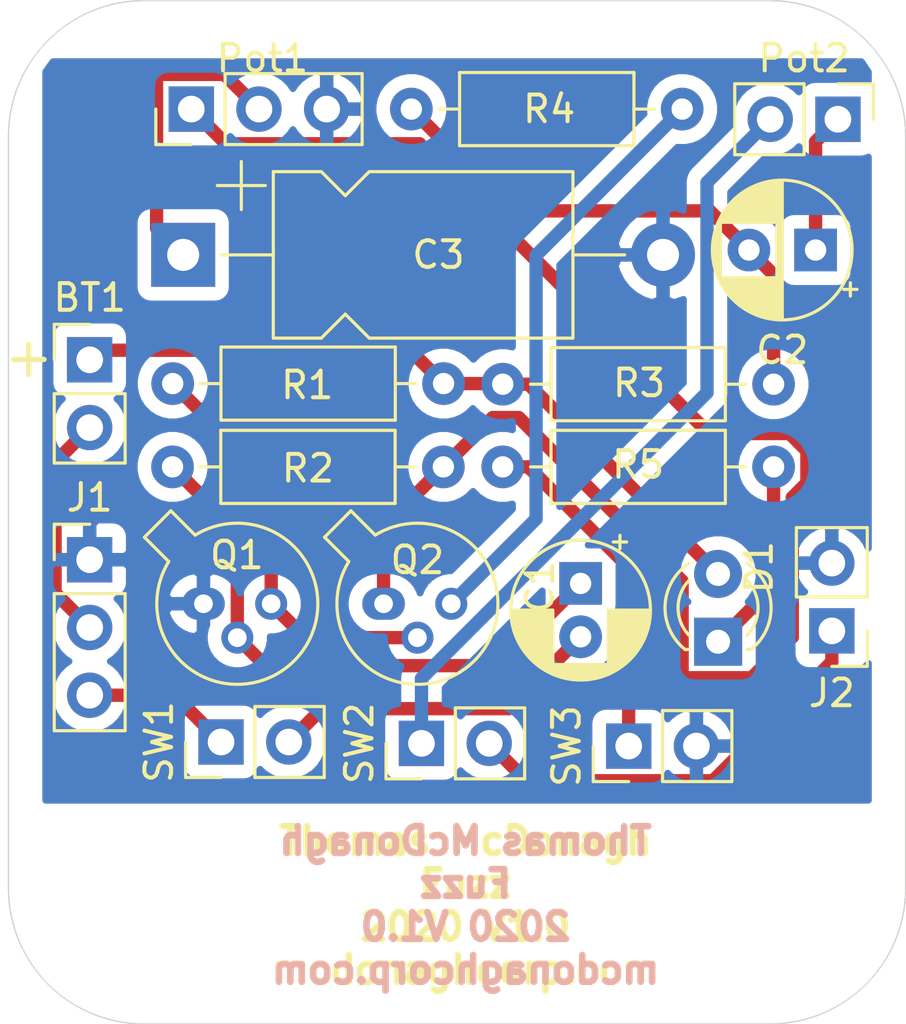
<source format=kicad_pcb>
(kicad_pcb (version 20171130) (host pcbnew "(5.1.7)-1")

  (general
    (thickness 1.6)
    (drawings 11)
    (tracks 71)
    (zones 0)
    (modules 19)
    (nets 17)
  )

  (page A4)
  (layers
    (0 F.Cu signal)
    (31 B.Cu signal hide)
    (32 B.Adhes user)
    (33 F.Adhes user)
    (34 B.Paste user)
    (35 F.Paste user)
    (36 B.SilkS user)
    (37 F.SilkS user)
    (38 B.Mask user)
    (39 F.Mask user)
    (40 Dwgs.User user)
    (41 Cmts.User user)
    (42 Eco1.User user)
    (43 Eco2.User user)
    (44 Edge.Cuts user)
    (45 Margin user)
    (46 B.CrtYd user)
    (47 F.CrtYd user)
    (48 B.Fab user)
    (49 F.Fab user hide)
  )

  (setup
    (last_trace_width 0.25)
    (user_trace_width 0.5)
    (trace_clearance 0.2)
    (zone_clearance 0.508)
    (zone_45_only no)
    (trace_min 0.2)
    (via_size 0.8)
    (via_drill 0.4)
    (via_min_size 0.4)
    (via_min_drill 0.3)
    (uvia_size 0.3)
    (uvia_drill 0.1)
    (uvias_allowed no)
    (uvia_min_size 0.2)
    (uvia_min_drill 0.1)
    (edge_width 0.05)
    (segment_width 0.2)
    (pcb_text_width 0.3)
    (pcb_text_size 1.5 1.5)
    (mod_edge_width 0.12)
    (mod_text_size 1 1)
    (mod_text_width 0.15)
    (pad_size 1.524 1.524)
    (pad_drill 0.762)
    (pad_to_mask_clearance 0)
    (aux_axis_origin 0 0)
    (visible_elements 7FFFFFFF)
    (pcbplotparams
      (layerselection 0x010fc_ffffffff)
      (usegerberextensions false)
      (usegerberattributes true)
      (usegerberadvancedattributes true)
      (creategerberjobfile true)
      (excludeedgelayer true)
      (linewidth 0.100000)
      (plotframeref false)
      (viasonmask false)
      (mode 1)
      (useauxorigin false)
      (hpglpennumber 1)
      (hpglpenspeed 20)
      (hpglpendiameter 15.000000)
      (psnegative false)
      (psa4output false)
      (plotreference true)
      (plotvalue true)
      (plotinvisibletext false)
      (padsonsilk false)
      (subtractmaskfromsilk false)
      (outputformat 1)
      (mirror false)
      (drillshape 0)
      (scaleselection 1)
      (outputdirectory "./"))
  )

  (net 0 "")
  (net 1 "Net-(BT1-Pad2)")
  (net 2 "Net-(BT1-Pad1)")
  (net 3 "Net-(C1-Pad1)")
  (net 4 "Net-(C1-Pad2)")
  (net 5 "Net-(C2-Pad1)")
  (net 6 "Net-(C2-Pad2)")
  (net 7 "Net-(C3-Pad1)")
  (net 8 GND)
  (net 9 "Net-(D1-Pad1)")
  (net 10 "Net-(J1-Pad3)")
  (net 11 "Net-(J2-Pad1)")
  (net 12 "Net-(Pot1-Pad1)")
  (net 13 "Net-(Pot2-Pad2)")
  (net 14 "Net-(Q1-Pad3)")
  (net 15 "Net-(Q2-Pad3)")
  (net 16 "Net-(R5-Pad1)")

  (net_class Default "This is the default net class."
    (clearance 0.2)
    (trace_width 0.25)
    (via_dia 0.8)
    (via_drill 0.4)
    (uvia_dia 0.3)
    (uvia_drill 0.1)
    (add_net GND)
    (add_net "Net-(BT1-Pad1)")
    (add_net "Net-(BT1-Pad2)")
    (add_net "Net-(C1-Pad1)")
    (add_net "Net-(C1-Pad2)")
    (add_net "Net-(C2-Pad1)")
    (add_net "Net-(C2-Pad2)")
    (add_net "Net-(C3-Pad1)")
    (add_net "Net-(D1-Pad1)")
    (add_net "Net-(J1-Pad3)")
    (add_net "Net-(J2-Pad1)")
    (add_net "Net-(Pot1-Pad1)")
    (add_net "Net-(Pot2-Pad2)")
    (add_net "Net-(Q1-Pad3)")
    (add_net "Net-(Q2-Pad3)")
    (add_net "Net-(R5-Pad1)")
  )

  (module Connector_PinHeader_2.54mm:PinHeader_1x02_P2.54mm_Vertical (layer F.Cu) (tedit 59FED5CC) (tstamp 5F81160E)
    (at 136.144 108.8644 90)
    (descr "Through hole straight pin header, 1x02, 2.54mm pitch, single row")
    (tags "Through hole pin header THT 1x02 2.54mm single row")
    (path /5F83130B)
    (fp_text reference SW2 (at 0 -2.33 90) (layer F.SilkS)
      (effects (font (size 1 1) (thickness 0.15)))
    )
    (fp_text value SW_SPST (at 0 4.87 90) (layer F.Fab)
      (effects (font (size 1 1) (thickness 0.15)))
    )
    (fp_line (start -0.635 -1.27) (end 1.27 -1.27) (layer F.Fab) (width 0.1))
    (fp_line (start 1.27 -1.27) (end 1.27 3.81) (layer F.Fab) (width 0.1))
    (fp_line (start 1.27 3.81) (end -1.27 3.81) (layer F.Fab) (width 0.1))
    (fp_line (start -1.27 3.81) (end -1.27 -0.635) (layer F.Fab) (width 0.1))
    (fp_line (start -1.27 -0.635) (end -0.635 -1.27) (layer F.Fab) (width 0.1))
    (fp_line (start -1.33 3.87) (end 1.33 3.87) (layer F.SilkS) (width 0.12))
    (fp_line (start -1.33 1.27) (end -1.33 3.87) (layer F.SilkS) (width 0.12))
    (fp_line (start 1.33 1.27) (end 1.33 3.87) (layer F.SilkS) (width 0.12))
    (fp_line (start -1.33 1.27) (end 1.33 1.27) (layer F.SilkS) (width 0.12))
    (fp_line (start -1.33 0) (end -1.33 -1.33) (layer F.SilkS) (width 0.12))
    (fp_line (start -1.33 -1.33) (end 0 -1.33) (layer F.SilkS) (width 0.12))
    (fp_line (start -1.8 -1.8) (end -1.8 4.35) (layer F.CrtYd) (width 0.05))
    (fp_line (start -1.8 4.35) (end 1.8 4.35) (layer F.CrtYd) (width 0.05))
    (fp_line (start 1.8 4.35) (end 1.8 -1.8) (layer F.CrtYd) (width 0.05))
    (fp_line (start 1.8 -1.8) (end -1.8 -1.8) (layer F.CrtYd) (width 0.05))
    (fp_text user %R (at 0 1.27) (layer F.Fab)
      (effects (font (size 1 1) (thickness 0.15)))
    )
    (pad 2 thru_hole oval (at 0 2.54 90) (size 1.7 1.7) (drill 1) (layers *.Cu *.Mask)
      (net 11 "Net-(J2-Pad1)"))
    (pad 1 thru_hole rect (at 0 0 90) (size 1.7 1.7) (drill 1) (layers *.Cu *.Mask)
      (net 13 "Net-(Pot2-Pad2)"))
    (model ${KISYS3DMOD}/Connector_PinHeader_2.54mm.3dshapes/PinHeader_1x02_P2.54mm_Vertical.wrl
      (at (xyz 0 0 0))
      (scale (xyz 1 1 1))
      (rotate (xyz 0 0 0))
    )
  )

  (module Connector_PinHeader_2.54mm:PinHeader_1x02_P2.54mm_Vertical (layer F.Cu) (tedit 59FED5CC) (tstamp 5F8113AA)
    (at 123.698 94.488)
    (descr "Through hole straight pin header, 1x02, 2.54mm pitch, single row")
    (tags "Through hole pin header THT 1x02 2.54mm single row")
    (path /5F80F5EE)
    (fp_text reference BT1 (at 0 -2.33) (layer F.SilkS)
      (effects (font (size 1 1) (thickness 0.15)))
    )
    (fp_text value Battery (at 0 4.87) (layer F.Fab)
      (effects (font (size 1 1) (thickness 0.15)))
    )
    (fp_line (start -0.635 -1.27) (end 1.27 -1.27) (layer F.Fab) (width 0.1))
    (fp_line (start 1.27 -1.27) (end 1.27 3.81) (layer F.Fab) (width 0.1))
    (fp_line (start 1.27 3.81) (end -1.27 3.81) (layer F.Fab) (width 0.1))
    (fp_line (start -1.27 3.81) (end -1.27 -0.635) (layer F.Fab) (width 0.1))
    (fp_line (start -1.27 -0.635) (end -0.635 -1.27) (layer F.Fab) (width 0.1))
    (fp_line (start -1.33 3.87) (end 1.33 3.87) (layer F.SilkS) (width 0.12))
    (fp_line (start -1.33 1.27) (end -1.33 3.87) (layer F.SilkS) (width 0.12))
    (fp_line (start 1.33 1.27) (end 1.33 3.87) (layer F.SilkS) (width 0.12))
    (fp_line (start -1.33 1.27) (end 1.33 1.27) (layer F.SilkS) (width 0.12))
    (fp_line (start -1.33 0) (end -1.33 -1.33) (layer F.SilkS) (width 0.12))
    (fp_line (start -1.33 -1.33) (end 0 -1.33) (layer F.SilkS) (width 0.12))
    (fp_line (start -1.8 -1.8) (end -1.8 4.35) (layer F.CrtYd) (width 0.05))
    (fp_line (start -1.8 4.35) (end 1.8 4.35) (layer F.CrtYd) (width 0.05))
    (fp_line (start 1.8 4.35) (end 1.8 -1.8) (layer F.CrtYd) (width 0.05))
    (fp_line (start 1.8 -1.8) (end -1.8 -1.8) (layer F.CrtYd) (width 0.05))
    (fp_text user %R (at 0 1.27 90) (layer F.Fab)
      (effects (font (size 1 1) (thickness 0.15)))
    )
    (pad 2 thru_hole oval (at 0 2.54) (size 1.7 1.7) (drill 1) (layers *.Cu *.Mask)
      (net 1 "Net-(BT1-Pad2)"))
    (pad 1 thru_hole rect (at 0 0) (size 1.7 1.7) (drill 1) (layers *.Cu *.Mask)
      (net 2 "Net-(BT1-Pad1)"))
    (model ${KISYS3DMOD}/Connector_PinHeader_2.54mm.3dshapes/PinHeader_1x02_P2.54mm_Vertical.wrl
      (at (xyz 0 0 0))
      (scale (xyz 1 1 1))
      (rotate (xyz 0 0 0))
    )
  )

  (module Capacitor_THT:CP_Radial_D5.0mm_P2.00mm (layer F.Cu) (tedit 5AE50EF0) (tstamp 5F81142D)
    (at 142.113 102.87 270)
    (descr "CP, Radial series, Radial, pin pitch=2.00mm, , diameter=5mm, Electrolytic Capacitor")
    (tags "CP Radial series Radial pin pitch 2.00mm  diameter 5mm Electrolytic Capacitor")
    (path /5F820B10)
    (fp_text reference C1 (at 0.127 1.524 90) (layer F.SilkS)
      (effects (font (size 1 1) (thickness 0.15)))
    )
    (fp_text value 2.2uf (at 1 3.75 90) (layer F.Fab)
      (effects (font (size 1 1) (thickness 0.15)))
    )
    (fp_line (start -1.554775 -1.725) (end -1.554775 -1.225) (layer F.SilkS) (width 0.12))
    (fp_line (start -1.804775 -1.475) (end -1.304775 -1.475) (layer F.SilkS) (width 0.12))
    (fp_line (start 3.601 -0.284) (end 3.601 0.284) (layer F.SilkS) (width 0.12))
    (fp_line (start 3.561 -0.518) (end 3.561 0.518) (layer F.SilkS) (width 0.12))
    (fp_line (start 3.521 -0.677) (end 3.521 0.677) (layer F.SilkS) (width 0.12))
    (fp_line (start 3.481 -0.805) (end 3.481 0.805) (layer F.SilkS) (width 0.12))
    (fp_line (start 3.441 -0.915) (end 3.441 0.915) (layer F.SilkS) (width 0.12))
    (fp_line (start 3.401 -1.011) (end 3.401 1.011) (layer F.SilkS) (width 0.12))
    (fp_line (start 3.361 -1.098) (end 3.361 1.098) (layer F.SilkS) (width 0.12))
    (fp_line (start 3.321 -1.178) (end 3.321 1.178) (layer F.SilkS) (width 0.12))
    (fp_line (start 3.281 -1.251) (end 3.281 1.251) (layer F.SilkS) (width 0.12))
    (fp_line (start 3.241 -1.319) (end 3.241 1.319) (layer F.SilkS) (width 0.12))
    (fp_line (start 3.201 -1.383) (end 3.201 1.383) (layer F.SilkS) (width 0.12))
    (fp_line (start 3.161 -1.443) (end 3.161 1.443) (layer F.SilkS) (width 0.12))
    (fp_line (start 3.121 -1.5) (end 3.121 1.5) (layer F.SilkS) (width 0.12))
    (fp_line (start 3.081 -1.554) (end 3.081 1.554) (layer F.SilkS) (width 0.12))
    (fp_line (start 3.041 -1.605) (end 3.041 1.605) (layer F.SilkS) (width 0.12))
    (fp_line (start 3.001 1.04) (end 3.001 1.653) (layer F.SilkS) (width 0.12))
    (fp_line (start 3.001 -1.653) (end 3.001 -1.04) (layer F.SilkS) (width 0.12))
    (fp_line (start 2.961 1.04) (end 2.961 1.699) (layer F.SilkS) (width 0.12))
    (fp_line (start 2.961 -1.699) (end 2.961 -1.04) (layer F.SilkS) (width 0.12))
    (fp_line (start 2.921 1.04) (end 2.921 1.743) (layer F.SilkS) (width 0.12))
    (fp_line (start 2.921 -1.743) (end 2.921 -1.04) (layer F.SilkS) (width 0.12))
    (fp_line (start 2.881 1.04) (end 2.881 1.785) (layer F.SilkS) (width 0.12))
    (fp_line (start 2.881 -1.785) (end 2.881 -1.04) (layer F.SilkS) (width 0.12))
    (fp_line (start 2.841 1.04) (end 2.841 1.826) (layer F.SilkS) (width 0.12))
    (fp_line (start 2.841 -1.826) (end 2.841 -1.04) (layer F.SilkS) (width 0.12))
    (fp_line (start 2.801 1.04) (end 2.801 1.864) (layer F.SilkS) (width 0.12))
    (fp_line (start 2.801 -1.864) (end 2.801 -1.04) (layer F.SilkS) (width 0.12))
    (fp_line (start 2.761 1.04) (end 2.761 1.901) (layer F.SilkS) (width 0.12))
    (fp_line (start 2.761 -1.901) (end 2.761 -1.04) (layer F.SilkS) (width 0.12))
    (fp_line (start 2.721 1.04) (end 2.721 1.937) (layer F.SilkS) (width 0.12))
    (fp_line (start 2.721 -1.937) (end 2.721 -1.04) (layer F.SilkS) (width 0.12))
    (fp_line (start 2.681 1.04) (end 2.681 1.971) (layer F.SilkS) (width 0.12))
    (fp_line (start 2.681 -1.971) (end 2.681 -1.04) (layer F.SilkS) (width 0.12))
    (fp_line (start 2.641 1.04) (end 2.641 2.004) (layer F.SilkS) (width 0.12))
    (fp_line (start 2.641 -2.004) (end 2.641 -1.04) (layer F.SilkS) (width 0.12))
    (fp_line (start 2.601 1.04) (end 2.601 2.035) (layer F.SilkS) (width 0.12))
    (fp_line (start 2.601 -2.035) (end 2.601 -1.04) (layer F.SilkS) (width 0.12))
    (fp_line (start 2.561 1.04) (end 2.561 2.065) (layer F.SilkS) (width 0.12))
    (fp_line (start 2.561 -2.065) (end 2.561 -1.04) (layer F.SilkS) (width 0.12))
    (fp_line (start 2.521 1.04) (end 2.521 2.095) (layer F.SilkS) (width 0.12))
    (fp_line (start 2.521 -2.095) (end 2.521 -1.04) (layer F.SilkS) (width 0.12))
    (fp_line (start 2.481 1.04) (end 2.481 2.122) (layer F.SilkS) (width 0.12))
    (fp_line (start 2.481 -2.122) (end 2.481 -1.04) (layer F.SilkS) (width 0.12))
    (fp_line (start 2.441 1.04) (end 2.441 2.149) (layer F.SilkS) (width 0.12))
    (fp_line (start 2.441 -2.149) (end 2.441 -1.04) (layer F.SilkS) (width 0.12))
    (fp_line (start 2.401 1.04) (end 2.401 2.175) (layer F.SilkS) (width 0.12))
    (fp_line (start 2.401 -2.175) (end 2.401 -1.04) (layer F.SilkS) (width 0.12))
    (fp_line (start 2.361 1.04) (end 2.361 2.2) (layer F.SilkS) (width 0.12))
    (fp_line (start 2.361 -2.2) (end 2.361 -1.04) (layer F.SilkS) (width 0.12))
    (fp_line (start 2.321 1.04) (end 2.321 2.224) (layer F.SilkS) (width 0.12))
    (fp_line (start 2.321 -2.224) (end 2.321 -1.04) (layer F.SilkS) (width 0.12))
    (fp_line (start 2.281 1.04) (end 2.281 2.247) (layer F.SilkS) (width 0.12))
    (fp_line (start 2.281 -2.247) (end 2.281 -1.04) (layer F.SilkS) (width 0.12))
    (fp_line (start 2.241 1.04) (end 2.241 2.268) (layer F.SilkS) (width 0.12))
    (fp_line (start 2.241 -2.268) (end 2.241 -1.04) (layer F.SilkS) (width 0.12))
    (fp_line (start 2.201 1.04) (end 2.201 2.29) (layer F.SilkS) (width 0.12))
    (fp_line (start 2.201 -2.29) (end 2.201 -1.04) (layer F.SilkS) (width 0.12))
    (fp_line (start 2.161 1.04) (end 2.161 2.31) (layer F.SilkS) (width 0.12))
    (fp_line (start 2.161 -2.31) (end 2.161 -1.04) (layer F.SilkS) (width 0.12))
    (fp_line (start 2.121 1.04) (end 2.121 2.329) (layer F.SilkS) (width 0.12))
    (fp_line (start 2.121 -2.329) (end 2.121 -1.04) (layer F.SilkS) (width 0.12))
    (fp_line (start 2.081 1.04) (end 2.081 2.348) (layer F.SilkS) (width 0.12))
    (fp_line (start 2.081 -2.348) (end 2.081 -1.04) (layer F.SilkS) (width 0.12))
    (fp_line (start 2.041 1.04) (end 2.041 2.365) (layer F.SilkS) (width 0.12))
    (fp_line (start 2.041 -2.365) (end 2.041 -1.04) (layer F.SilkS) (width 0.12))
    (fp_line (start 2.001 1.04) (end 2.001 2.382) (layer F.SilkS) (width 0.12))
    (fp_line (start 2.001 -2.382) (end 2.001 -1.04) (layer F.SilkS) (width 0.12))
    (fp_line (start 1.961 1.04) (end 1.961 2.398) (layer F.SilkS) (width 0.12))
    (fp_line (start 1.961 -2.398) (end 1.961 -1.04) (layer F.SilkS) (width 0.12))
    (fp_line (start 1.921 1.04) (end 1.921 2.414) (layer F.SilkS) (width 0.12))
    (fp_line (start 1.921 -2.414) (end 1.921 -1.04) (layer F.SilkS) (width 0.12))
    (fp_line (start 1.881 1.04) (end 1.881 2.428) (layer F.SilkS) (width 0.12))
    (fp_line (start 1.881 -2.428) (end 1.881 -1.04) (layer F.SilkS) (width 0.12))
    (fp_line (start 1.841 1.04) (end 1.841 2.442) (layer F.SilkS) (width 0.12))
    (fp_line (start 1.841 -2.442) (end 1.841 -1.04) (layer F.SilkS) (width 0.12))
    (fp_line (start 1.801 1.04) (end 1.801 2.455) (layer F.SilkS) (width 0.12))
    (fp_line (start 1.801 -2.455) (end 1.801 -1.04) (layer F.SilkS) (width 0.12))
    (fp_line (start 1.761 1.04) (end 1.761 2.468) (layer F.SilkS) (width 0.12))
    (fp_line (start 1.761 -2.468) (end 1.761 -1.04) (layer F.SilkS) (width 0.12))
    (fp_line (start 1.721 1.04) (end 1.721 2.48) (layer F.SilkS) (width 0.12))
    (fp_line (start 1.721 -2.48) (end 1.721 -1.04) (layer F.SilkS) (width 0.12))
    (fp_line (start 1.68 1.04) (end 1.68 2.491) (layer F.SilkS) (width 0.12))
    (fp_line (start 1.68 -2.491) (end 1.68 -1.04) (layer F.SilkS) (width 0.12))
    (fp_line (start 1.64 1.04) (end 1.64 2.501) (layer F.SilkS) (width 0.12))
    (fp_line (start 1.64 -2.501) (end 1.64 -1.04) (layer F.SilkS) (width 0.12))
    (fp_line (start 1.6 1.04) (end 1.6 2.511) (layer F.SilkS) (width 0.12))
    (fp_line (start 1.6 -2.511) (end 1.6 -1.04) (layer F.SilkS) (width 0.12))
    (fp_line (start 1.56 1.04) (end 1.56 2.52) (layer F.SilkS) (width 0.12))
    (fp_line (start 1.56 -2.52) (end 1.56 -1.04) (layer F.SilkS) (width 0.12))
    (fp_line (start 1.52 1.04) (end 1.52 2.528) (layer F.SilkS) (width 0.12))
    (fp_line (start 1.52 -2.528) (end 1.52 -1.04) (layer F.SilkS) (width 0.12))
    (fp_line (start 1.48 1.04) (end 1.48 2.536) (layer F.SilkS) (width 0.12))
    (fp_line (start 1.48 -2.536) (end 1.48 -1.04) (layer F.SilkS) (width 0.12))
    (fp_line (start 1.44 1.04) (end 1.44 2.543) (layer F.SilkS) (width 0.12))
    (fp_line (start 1.44 -2.543) (end 1.44 -1.04) (layer F.SilkS) (width 0.12))
    (fp_line (start 1.4 1.04) (end 1.4 2.55) (layer F.SilkS) (width 0.12))
    (fp_line (start 1.4 -2.55) (end 1.4 -1.04) (layer F.SilkS) (width 0.12))
    (fp_line (start 1.36 1.04) (end 1.36 2.556) (layer F.SilkS) (width 0.12))
    (fp_line (start 1.36 -2.556) (end 1.36 -1.04) (layer F.SilkS) (width 0.12))
    (fp_line (start 1.32 1.04) (end 1.32 2.561) (layer F.SilkS) (width 0.12))
    (fp_line (start 1.32 -2.561) (end 1.32 -1.04) (layer F.SilkS) (width 0.12))
    (fp_line (start 1.28 1.04) (end 1.28 2.565) (layer F.SilkS) (width 0.12))
    (fp_line (start 1.28 -2.565) (end 1.28 -1.04) (layer F.SilkS) (width 0.12))
    (fp_line (start 1.24 1.04) (end 1.24 2.569) (layer F.SilkS) (width 0.12))
    (fp_line (start 1.24 -2.569) (end 1.24 -1.04) (layer F.SilkS) (width 0.12))
    (fp_line (start 1.2 1.04) (end 1.2 2.573) (layer F.SilkS) (width 0.12))
    (fp_line (start 1.2 -2.573) (end 1.2 -1.04) (layer F.SilkS) (width 0.12))
    (fp_line (start 1.16 1.04) (end 1.16 2.576) (layer F.SilkS) (width 0.12))
    (fp_line (start 1.16 -2.576) (end 1.16 -1.04) (layer F.SilkS) (width 0.12))
    (fp_line (start 1.12 1.04) (end 1.12 2.578) (layer F.SilkS) (width 0.12))
    (fp_line (start 1.12 -2.578) (end 1.12 -1.04) (layer F.SilkS) (width 0.12))
    (fp_line (start 1.08 1.04) (end 1.08 2.579) (layer F.SilkS) (width 0.12))
    (fp_line (start 1.08 -2.579) (end 1.08 -1.04) (layer F.SilkS) (width 0.12))
    (fp_line (start 1.04 -2.58) (end 1.04 -1.04) (layer F.SilkS) (width 0.12))
    (fp_line (start 1.04 1.04) (end 1.04 2.58) (layer F.SilkS) (width 0.12))
    (fp_line (start 1 -2.58) (end 1 -1.04) (layer F.SilkS) (width 0.12))
    (fp_line (start 1 1.04) (end 1 2.58) (layer F.SilkS) (width 0.12))
    (fp_line (start -0.883605 -1.3375) (end -0.883605 -0.8375) (layer F.Fab) (width 0.1))
    (fp_line (start -1.133605 -1.0875) (end -0.633605 -1.0875) (layer F.Fab) (width 0.1))
    (fp_circle (center 1 0) (end 3.75 0) (layer F.CrtYd) (width 0.05))
    (fp_circle (center 1 0) (end 3.62 0) (layer F.SilkS) (width 0.12))
    (fp_circle (center 1 0) (end 3.5 0) (layer F.Fab) (width 0.1))
    (fp_text user %R (at 1 0 90) (layer F.Fab)
      (effects (font (size 1 1) (thickness 0.15)))
    )
    (pad 1 thru_hole rect (at 0 0 270) (size 1.6 1.6) (drill 0.8) (layers *.Cu *.Mask)
      (net 3 "Net-(C1-Pad1)"))
    (pad 2 thru_hole circle (at 2 0 270) (size 1.6 1.6) (drill 0.8) (layers *.Cu *.Mask)
      (net 4 "Net-(C1-Pad2)"))
    (model ${KISYS3DMOD}/Capacitor_THT.3dshapes/CP_Radial_D5.0mm_P2.00mm.wrl
      (at (xyz 0 0 0))
      (scale (xyz 1 1 1))
      (rotate (xyz 0 0 0))
    )
  )

  (module Capacitor_THT:CP_Radial_D5.0mm_P2.50mm (layer F.Cu) (tedit 5AE50EF0) (tstamp 5F8114B1)
    (at 150.9268 90.3732 180)
    (descr "CP, Radial series, Radial, pin pitch=2.50mm, , diameter=5mm, Electrolytic Capacitor")
    (tags "CP Radial series Radial pin pitch 2.50mm  diameter 5mm Electrolytic Capacitor")
    (path /5F813233)
    (fp_text reference C2 (at 1.25 -3.75) (layer F.SilkS)
      (effects (font (size 1 1) (thickness 0.15)))
    )
    (fp_text value 0.01uf (at 1.25 3.75) (layer F.Fab)
      (effects (font (size 1 1) (thickness 0.15)))
    )
    (fp_line (start -1.304775 -1.725) (end -1.304775 -1.225) (layer F.SilkS) (width 0.12))
    (fp_line (start -1.554775 -1.475) (end -1.054775 -1.475) (layer F.SilkS) (width 0.12))
    (fp_line (start 3.851 -0.284) (end 3.851 0.284) (layer F.SilkS) (width 0.12))
    (fp_line (start 3.811 -0.518) (end 3.811 0.518) (layer F.SilkS) (width 0.12))
    (fp_line (start 3.771 -0.677) (end 3.771 0.677) (layer F.SilkS) (width 0.12))
    (fp_line (start 3.731 -0.805) (end 3.731 0.805) (layer F.SilkS) (width 0.12))
    (fp_line (start 3.691 -0.915) (end 3.691 0.915) (layer F.SilkS) (width 0.12))
    (fp_line (start 3.651 -1.011) (end 3.651 1.011) (layer F.SilkS) (width 0.12))
    (fp_line (start 3.611 -1.098) (end 3.611 1.098) (layer F.SilkS) (width 0.12))
    (fp_line (start 3.571 -1.178) (end 3.571 1.178) (layer F.SilkS) (width 0.12))
    (fp_line (start 3.531 1.04) (end 3.531 1.251) (layer F.SilkS) (width 0.12))
    (fp_line (start 3.531 -1.251) (end 3.531 -1.04) (layer F.SilkS) (width 0.12))
    (fp_line (start 3.491 1.04) (end 3.491 1.319) (layer F.SilkS) (width 0.12))
    (fp_line (start 3.491 -1.319) (end 3.491 -1.04) (layer F.SilkS) (width 0.12))
    (fp_line (start 3.451 1.04) (end 3.451 1.383) (layer F.SilkS) (width 0.12))
    (fp_line (start 3.451 -1.383) (end 3.451 -1.04) (layer F.SilkS) (width 0.12))
    (fp_line (start 3.411 1.04) (end 3.411 1.443) (layer F.SilkS) (width 0.12))
    (fp_line (start 3.411 -1.443) (end 3.411 -1.04) (layer F.SilkS) (width 0.12))
    (fp_line (start 3.371 1.04) (end 3.371 1.5) (layer F.SilkS) (width 0.12))
    (fp_line (start 3.371 -1.5) (end 3.371 -1.04) (layer F.SilkS) (width 0.12))
    (fp_line (start 3.331 1.04) (end 3.331 1.554) (layer F.SilkS) (width 0.12))
    (fp_line (start 3.331 -1.554) (end 3.331 -1.04) (layer F.SilkS) (width 0.12))
    (fp_line (start 3.291 1.04) (end 3.291 1.605) (layer F.SilkS) (width 0.12))
    (fp_line (start 3.291 -1.605) (end 3.291 -1.04) (layer F.SilkS) (width 0.12))
    (fp_line (start 3.251 1.04) (end 3.251 1.653) (layer F.SilkS) (width 0.12))
    (fp_line (start 3.251 -1.653) (end 3.251 -1.04) (layer F.SilkS) (width 0.12))
    (fp_line (start 3.211 1.04) (end 3.211 1.699) (layer F.SilkS) (width 0.12))
    (fp_line (start 3.211 -1.699) (end 3.211 -1.04) (layer F.SilkS) (width 0.12))
    (fp_line (start 3.171 1.04) (end 3.171 1.743) (layer F.SilkS) (width 0.12))
    (fp_line (start 3.171 -1.743) (end 3.171 -1.04) (layer F.SilkS) (width 0.12))
    (fp_line (start 3.131 1.04) (end 3.131 1.785) (layer F.SilkS) (width 0.12))
    (fp_line (start 3.131 -1.785) (end 3.131 -1.04) (layer F.SilkS) (width 0.12))
    (fp_line (start 3.091 1.04) (end 3.091 1.826) (layer F.SilkS) (width 0.12))
    (fp_line (start 3.091 -1.826) (end 3.091 -1.04) (layer F.SilkS) (width 0.12))
    (fp_line (start 3.051 1.04) (end 3.051 1.864) (layer F.SilkS) (width 0.12))
    (fp_line (start 3.051 -1.864) (end 3.051 -1.04) (layer F.SilkS) (width 0.12))
    (fp_line (start 3.011 1.04) (end 3.011 1.901) (layer F.SilkS) (width 0.12))
    (fp_line (start 3.011 -1.901) (end 3.011 -1.04) (layer F.SilkS) (width 0.12))
    (fp_line (start 2.971 1.04) (end 2.971 1.937) (layer F.SilkS) (width 0.12))
    (fp_line (start 2.971 -1.937) (end 2.971 -1.04) (layer F.SilkS) (width 0.12))
    (fp_line (start 2.931 1.04) (end 2.931 1.971) (layer F.SilkS) (width 0.12))
    (fp_line (start 2.931 -1.971) (end 2.931 -1.04) (layer F.SilkS) (width 0.12))
    (fp_line (start 2.891 1.04) (end 2.891 2.004) (layer F.SilkS) (width 0.12))
    (fp_line (start 2.891 -2.004) (end 2.891 -1.04) (layer F.SilkS) (width 0.12))
    (fp_line (start 2.851 1.04) (end 2.851 2.035) (layer F.SilkS) (width 0.12))
    (fp_line (start 2.851 -2.035) (end 2.851 -1.04) (layer F.SilkS) (width 0.12))
    (fp_line (start 2.811 1.04) (end 2.811 2.065) (layer F.SilkS) (width 0.12))
    (fp_line (start 2.811 -2.065) (end 2.811 -1.04) (layer F.SilkS) (width 0.12))
    (fp_line (start 2.771 1.04) (end 2.771 2.095) (layer F.SilkS) (width 0.12))
    (fp_line (start 2.771 -2.095) (end 2.771 -1.04) (layer F.SilkS) (width 0.12))
    (fp_line (start 2.731 1.04) (end 2.731 2.122) (layer F.SilkS) (width 0.12))
    (fp_line (start 2.731 -2.122) (end 2.731 -1.04) (layer F.SilkS) (width 0.12))
    (fp_line (start 2.691 1.04) (end 2.691 2.149) (layer F.SilkS) (width 0.12))
    (fp_line (start 2.691 -2.149) (end 2.691 -1.04) (layer F.SilkS) (width 0.12))
    (fp_line (start 2.651 1.04) (end 2.651 2.175) (layer F.SilkS) (width 0.12))
    (fp_line (start 2.651 -2.175) (end 2.651 -1.04) (layer F.SilkS) (width 0.12))
    (fp_line (start 2.611 1.04) (end 2.611 2.2) (layer F.SilkS) (width 0.12))
    (fp_line (start 2.611 -2.2) (end 2.611 -1.04) (layer F.SilkS) (width 0.12))
    (fp_line (start 2.571 1.04) (end 2.571 2.224) (layer F.SilkS) (width 0.12))
    (fp_line (start 2.571 -2.224) (end 2.571 -1.04) (layer F.SilkS) (width 0.12))
    (fp_line (start 2.531 1.04) (end 2.531 2.247) (layer F.SilkS) (width 0.12))
    (fp_line (start 2.531 -2.247) (end 2.531 -1.04) (layer F.SilkS) (width 0.12))
    (fp_line (start 2.491 1.04) (end 2.491 2.268) (layer F.SilkS) (width 0.12))
    (fp_line (start 2.491 -2.268) (end 2.491 -1.04) (layer F.SilkS) (width 0.12))
    (fp_line (start 2.451 1.04) (end 2.451 2.29) (layer F.SilkS) (width 0.12))
    (fp_line (start 2.451 -2.29) (end 2.451 -1.04) (layer F.SilkS) (width 0.12))
    (fp_line (start 2.411 1.04) (end 2.411 2.31) (layer F.SilkS) (width 0.12))
    (fp_line (start 2.411 -2.31) (end 2.411 -1.04) (layer F.SilkS) (width 0.12))
    (fp_line (start 2.371 1.04) (end 2.371 2.329) (layer F.SilkS) (width 0.12))
    (fp_line (start 2.371 -2.329) (end 2.371 -1.04) (layer F.SilkS) (width 0.12))
    (fp_line (start 2.331 1.04) (end 2.331 2.348) (layer F.SilkS) (width 0.12))
    (fp_line (start 2.331 -2.348) (end 2.331 -1.04) (layer F.SilkS) (width 0.12))
    (fp_line (start 2.291 1.04) (end 2.291 2.365) (layer F.SilkS) (width 0.12))
    (fp_line (start 2.291 -2.365) (end 2.291 -1.04) (layer F.SilkS) (width 0.12))
    (fp_line (start 2.251 1.04) (end 2.251 2.382) (layer F.SilkS) (width 0.12))
    (fp_line (start 2.251 -2.382) (end 2.251 -1.04) (layer F.SilkS) (width 0.12))
    (fp_line (start 2.211 1.04) (end 2.211 2.398) (layer F.SilkS) (width 0.12))
    (fp_line (start 2.211 -2.398) (end 2.211 -1.04) (layer F.SilkS) (width 0.12))
    (fp_line (start 2.171 1.04) (end 2.171 2.414) (layer F.SilkS) (width 0.12))
    (fp_line (start 2.171 -2.414) (end 2.171 -1.04) (layer F.SilkS) (width 0.12))
    (fp_line (start 2.131 1.04) (end 2.131 2.428) (layer F.SilkS) (width 0.12))
    (fp_line (start 2.131 -2.428) (end 2.131 -1.04) (layer F.SilkS) (width 0.12))
    (fp_line (start 2.091 1.04) (end 2.091 2.442) (layer F.SilkS) (width 0.12))
    (fp_line (start 2.091 -2.442) (end 2.091 -1.04) (layer F.SilkS) (width 0.12))
    (fp_line (start 2.051 1.04) (end 2.051 2.455) (layer F.SilkS) (width 0.12))
    (fp_line (start 2.051 -2.455) (end 2.051 -1.04) (layer F.SilkS) (width 0.12))
    (fp_line (start 2.011 1.04) (end 2.011 2.468) (layer F.SilkS) (width 0.12))
    (fp_line (start 2.011 -2.468) (end 2.011 -1.04) (layer F.SilkS) (width 0.12))
    (fp_line (start 1.971 1.04) (end 1.971 2.48) (layer F.SilkS) (width 0.12))
    (fp_line (start 1.971 -2.48) (end 1.971 -1.04) (layer F.SilkS) (width 0.12))
    (fp_line (start 1.93 1.04) (end 1.93 2.491) (layer F.SilkS) (width 0.12))
    (fp_line (start 1.93 -2.491) (end 1.93 -1.04) (layer F.SilkS) (width 0.12))
    (fp_line (start 1.89 1.04) (end 1.89 2.501) (layer F.SilkS) (width 0.12))
    (fp_line (start 1.89 -2.501) (end 1.89 -1.04) (layer F.SilkS) (width 0.12))
    (fp_line (start 1.85 1.04) (end 1.85 2.511) (layer F.SilkS) (width 0.12))
    (fp_line (start 1.85 -2.511) (end 1.85 -1.04) (layer F.SilkS) (width 0.12))
    (fp_line (start 1.81 1.04) (end 1.81 2.52) (layer F.SilkS) (width 0.12))
    (fp_line (start 1.81 -2.52) (end 1.81 -1.04) (layer F.SilkS) (width 0.12))
    (fp_line (start 1.77 1.04) (end 1.77 2.528) (layer F.SilkS) (width 0.12))
    (fp_line (start 1.77 -2.528) (end 1.77 -1.04) (layer F.SilkS) (width 0.12))
    (fp_line (start 1.73 1.04) (end 1.73 2.536) (layer F.SilkS) (width 0.12))
    (fp_line (start 1.73 -2.536) (end 1.73 -1.04) (layer F.SilkS) (width 0.12))
    (fp_line (start 1.69 1.04) (end 1.69 2.543) (layer F.SilkS) (width 0.12))
    (fp_line (start 1.69 -2.543) (end 1.69 -1.04) (layer F.SilkS) (width 0.12))
    (fp_line (start 1.65 1.04) (end 1.65 2.55) (layer F.SilkS) (width 0.12))
    (fp_line (start 1.65 -2.55) (end 1.65 -1.04) (layer F.SilkS) (width 0.12))
    (fp_line (start 1.61 1.04) (end 1.61 2.556) (layer F.SilkS) (width 0.12))
    (fp_line (start 1.61 -2.556) (end 1.61 -1.04) (layer F.SilkS) (width 0.12))
    (fp_line (start 1.57 1.04) (end 1.57 2.561) (layer F.SilkS) (width 0.12))
    (fp_line (start 1.57 -2.561) (end 1.57 -1.04) (layer F.SilkS) (width 0.12))
    (fp_line (start 1.53 1.04) (end 1.53 2.565) (layer F.SilkS) (width 0.12))
    (fp_line (start 1.53 -2.565) (end 1.53 -1.04) (layer F.SilkS) (width 0.12))
    (fp_line (start 1.49 1.04) (end 1.49 2.569) (layer F.SilkS) (width 0.12))
    (fp_line (start 1.49 -2.569) (end 1.49 -1.04) (layer F.SilkS) (width 0.12))
    (fp_line (start 1.45 -2.573) (end 1.45 2.573) (layer F.SilkS) (width 0.12))
    (fp_line (start 1.41 -2.576) (end 1.41 2.576) (layer F.SilkS) (width 0.12))
    (fp_line (start 1.37 -2.578) (end 1.37 2.578) (layer F.SilkS) (width 0.12))
    (fp_line (start 1.33 -2.579) (end 1.33 2.579) (layer F.SilkS) (width 0.12))
    (fp_line (start 1.29 -2.58) (end 1.29 2.58) (layer F.SilkS) (width 0.12))
    (fp_line (start 1.25 -2.58) (end 1.25 2.58) (layer F.SilkS) (width 0.12))
    (fp_line (start -0.633605 -1.3375) (end -0.633605 -0.8375) (layer F.Fab) (width 0.1))
    (fp_line (start -0.883605 -1.0875) (end -0.383605 -1.0875) (layer F.Fab) (width 0.1))
    (fp_circle (center 1.25 0) (end 4 0) (layer F.CrtYd) (width 0.05))
    (fp_circle (center 1.25 0) (end 3.87 0) (layer F.SilkS) (width 0.12))
    (fp_circle (center 1.25 0) (end 3.75 0) (layer F.Fab) (width 0.1))
    (fp_text user %R (at 1.25 0) (layer F.Fab)
      (effects (font (size 1 1) (thickness 0.15)))
    )
    (pad 1 thru_hole rect (at 0 0 180) (size 1.6 1.6) (drill 0.8) (layers *.Cu *.Mask)
      (net 5 "Net-(C2-Pad1)"))
    (pad 2 thru_hole circle (at 2.5 0 180) (size 1.6 1.6) (drill 0.8) (layers *.Cu *.Mask)
      (net 6 "Net-(C2-Pad2)"))
    (model ${KISYS3DMOD}/Capacitor_THT.3dshapes/CP_Radial_D5.0mm_P2.50mm.wrl
      (at (xyz 0 0 0))
      (scale (xyz 1 1 1))
      (rotate (xyz 0 0 0))
    )
  )

  (module Capacitor_THT:CP_Axial_L11.0mm_D6.0mm_P18.00mm_Horizontal (layer F.Cu) (tedit 5AE50EF2) (tstamp 5F8114D8)
    (at 127.205001 90.555001)
    (descr "CP, Axial series, Axial, Horizontal, pin pitch=18mm, , length*diameter=11*6mm^2, Electrolytic Capacitor")
    (tags "CP Axial series Axial Horizontal pin pitch 18mm  length 11mm diameter 6mm Electrolytic Capacitor")
    (path /5F82839C)
    (fp_text reference C3 (at 9.573999 -0.004001) (layer F.SilkS)
      (effects (font (size 1 1) (thickness 0.15)))
    )
    (fp_text value 22uf (at 9 4.12) (layer F.Fab)
      (effects (font (size 1 1) (thickness 0.15)))
    )
    (fp_line (start 19.45 -3.25) (end -1.45 -3.25) (layer F.CrtYd) (width 0.05))
    (fp_line (start 19.45 3.25) (end 19.45 -3.25) (layer F.CrtYd) (width 0.05))
    (fp_line (start -1.45 3.25) (end 19.45 3.25) (layer F.CrtYd) (width 0.05))
    (fp_line (start -1.45 -3.25) (end -1.45 3.25) (layer F.CrtYd) (width 0.05))
    (fp_line (start 16.56 0) (end 14.62 0) (layer F.SilkS) (width 0.12))
    (fp_line (start 1.44 0) (end 3.38 0) (layer F.SilkS) (width 0.12))
    (fp_line (start 6.98 3.12) (end 14.62 3.12) (layer F.SilkS) (width 0.12))
    (fp_line (start 6.08 2.22) (end 6.98 3.12) (layer F.SilkS) (width 0.12))
    (fp_line (start 5.18 3.12) (end 6.08 2.22) (layer F.SilkS) (width 0.12))
    (fp_line (start 3.38 3.12) (end 5.18 3.12) (layer F.SilkS) (width 0.12))
    (fp_line (start 6.98 -3.12) (end 14.62 -3.12) (layer F.SilkS) (width 0.12))
    (fp_line (start 6.08 -2.22) (end 6.98 -3.12) (layer F.SilkS) (width 0.12))
    (fp_line (start 5.18 -3.12) (end 6.08 -2.22) (layer F.SilkS) (width 0.12))
    (fp_line (start 3.38 -3.12) (end 5.18 -3.12) (layer F.SilkS) (width 0.12))
    (fp_line (start 14.62 -3.12) (end 14.62 3.12) (layer F.SilkS) (width 0.12))
    (fp_line (start 3.38 -3.12) (end 3.38 3.12) (layer F.SilkS) (width 0.12))
    (fp_line (start 2.18 -3.5) (end 2.18 -1.7) (layer F.SilkS) (width 0.12))
    (fp_line (start 1.28 -2.6) (end 3.08 -2.6) (layer F.SilkS) (width 0.12))
    (fp_line (start 6.1 -0.9) (end 6.1 0.9) (layer F.Fab) (width 0.1))
    (fp_line (start 5.2 0) (end 7 0) (layer F.Fab) (width 0.1))
    (fp_line (start 18 0) (end 14.5 0) (layer F.Fab) (width 0.1))
    (fp_line (start 0 0) (end 3.5 0) (layer F.Fab) (width 0.1))
    (fp_line (start 6.98 3) (end 14.5 3) (layer F.Fab) (width 0.1))
    (fp_line (start 6.08 2.1) (end 6.98 3) (layer F.Fab) (width 0.1))
    (fp_line (start 5.18 3) (end 6.08 2.1) (layer F.Fab) (width 0.1))
    (fp_line (start 3.5 3) (end 5.18 3) (layer F.Fab) (width 0.1))
    (fp_line (start 6.98 -3) (end 14.5 -3) (layer F.Fab) (width 0.1))
    (fp_line (start 6.08 -2.1) (end 6.98 -3) (layer F.Fab) (width 0.1))
    (fp_line (start 5.18 -3) (end 6.08 -2.1) (layer F.Fab) (width 0.1))
    (fp_line (start 3.5 -3) (end 5.18 -3) (layer F.Fab) (width 0.1))
    (fp_line (start 14.5 -3) (end 14.5 3) (layer F.Fab) (width 0.1))
    (fp_line (start 3.5 -3) (end 3.5 3) (layer F.Fab) (width 0.1))
    (fp_text user %R (at 9 0) (layer F.Fab)
      (effects (font (size 1 1) (thickness 0.15)))
    )
    (pad 1 thru_hole rect (at 0 0) (size 2.4 2.4) (drill 1.2) (layers *.Cu *.Mask)
      (net 7 "Net-(C3-Pad1)"))
    (pad 2 thru_hole oval (at 18 0) (size 2.4 2.4) (drill 1.2) (layers *.Cu *.Mask)
      (net 8 GND))
    (model ${KISYS3DMOD}/Capacitor_THT.3dshapes/CP_Axial_L11.0mm_D6.0mm_P18.00mm_Horizontal.wrl
      (at (xyz 0 0 0))
      (scale (xyz 1 1 1))
      (rotate (xyz 0 0 0))
    )
  )

  (module LED_THT:LED_D3.0mm (layer F.Cu) (tedit 587A3A7B) (tstamp 5F8114EB)
    (at 147.2692 105.0544 90)
    (descr "LED, diameter 3.0mm, 2 pins")
    (tags "LED diameter 3.0mm 2 pins")
    (path /5F817EB8)
    (fp_text reference D1 (at 2.794 1.524 90) (layer F.SilkS)
      (effects (font (size 1 1) (thickness 0.15)))
    )
    (fp_text value LED (at 1.27 2.96 90) (layer F.Fab)
      (effects (font (size 1 1) (thickness 0.15)))
    )
    (fp_line (start 3.7 -2.25) (end -1.15 -2.25) (layer F.CrtYd) (width 0.05))
    (fp_line (start 3.7 2.25) (end 3.7 -2.25) (layer F.CrtYd) (width 0.05))
    (fp_line (start -1.15 2.25) (end 3.7 2.25) (layer F.CrtYd) (width 0.05))
    (fp_line (start -1.15 -2.25) (end -1.15 2.25) (layer F.CrtYd) (width 0.05))
    (fp_line (start -0.29 1.08) (end -0.29 1.236) (layer F.SilkS) (width 0.12))
    (fp_line (start -0.29 -1.236) (end -0.29 -1.08) (layer F.SilkS) (width 0.12))
    (fp_line (start -0.23 -1.16619) (end -0.23 1.16619) (layer F.Fab) (width 0.1))
    (fp_circle (center 1.27 0) (end 2.77 0) (layer F.Fab) (width 0.1))
    (fp_arc (start 1.27 0) (end -0.23 -1.16619) (angle 284.3) (layer F.Fab) (width 0.1))
    (fp_arc (start 1.27 0) (end -0.29 -1.235516) (angle 108.8) (layer F.SilkS) (width 0.12))
    (fp_arc (start 1.27 0) (end -0.29 1.235516) (angle -108.8) (layer F.SilkS) (width 0.12))
    (fp_arc (start 1.27 0) (end 0.229039 -1.08) (angle 87.9) (layer F.SilkS) (width 0.12))
    (fp_arc (start 1.27 0) (end 0.229039 1.08) (angle -87.9) (layer F.SilkS) (width 0.12))
    (pad 1 thru_hole rect (at 0 0 90) (size 1.8 1.8) (drill 0.9) (layers *.Cu *.Mask)
      (net 9 "Net-(D1-Pad1)"))
    (pad 2 thru_hole circle (at 2.54 0 90) (size 1.8 1.8) (drill 0.9) (layers *.Cu *.Mask)
      (net 2 "Net-(BT1-Pad1)"))
    (model ${KISYS3DMOD}/LED_THT.3dshapes/LED_D3.0mm.wrl
      (at (xyz 0 0 0))
      (scale (xyz 1 1 1))
      (rotate (xyz 0 0 0))
    )
  )

  (module Connector_PinHeader_2.54mm:PinHeader_1x03_P2.54mm_Vertical (layer F.Cu) (tedit 59FED5CC) (tstamp 5F811502)
    (at 123.698 101.981)
    (descr "Through hole straight pin header, 1x03, 2.54mm pitch, single row")
    (tags "Through hole pin header THT 1x03 2.54mm single row")
    (path /5F82C857)
    (fp_text reference J1 (at 0 -2.33) (layer F.SilkS)
      (effects (font (size 1 1) (thickness 0.15)))
    )
    (fp_text value AudioJack3 (at 0 7.41) (layer F.Fab)
      (effects (font (size 1 1) (thickness 0.15)))
    )
    (fp_line (start -0.635 -1.27) (end 1.27 -1.27) (layer F.Fab) (width 0.1))
    (fp_line (start 1.27 -1.27) (end 1.27 6.35) (layer F.Fab) (width 0.1))
    (fp_line (start 1.27 6.35) (end -1.27 6.35) (layer F.Fab) (width 0.1))
    (fp_line (start -1.27 6.35) (end -1.27 -0.635) (layer F.Fab) (width 0.1))
    (fp_line (start -1.27 -0.635) (end -0.635 -1.27) (layer F.Fab) (width 0.1))
    (fp_line (start -1.33 6.41) (end 1.33 6.41) (layer F.SilkS) (width 0.12))
    (fp_line (start -1.33 1.27) (end -1.33 6.41) (layer F.SilkS) (width 0.12))
    (fp_line (start 1.33 1.27) (end 1.33 6.41) (layer F.SilkS) (width 0.12))
    (fp_line (start -1.33 1.27) (end 1.33 1.27) (layer F.SilkS) (width 0.12))
    (fp_line (start -1.33 0) (end -1.33 -1.33) (layer F.SilkS) (width 0.12))
    (fp_line (start -1.33 -1.33) (end 0 -1.33) (layer F.SilkS) (width 0.12))
    (fp_line (start -1.8 -1.8) (end -1.8 6.85) (layer F.CrtYd) (width 0.05))
    (fp_line (start -1.8 6.85) (end 1.8 6.85) (layer F.CrtYd) (width 0.05))
    (fp_line (start 1.8 6.85) (end 1.8 -1.8) (layer F.CrtYd) (width 0.05))
    (fp_line (start 1.8 -1.8) (end -1.8 -1.8) (layer F.CrtYd) (width 0.05))
    (fp_text user %R (at 0 2.54 90) (layer F.Fab)
      (effects (font (size 1 1) (thickness 0.15)))
    )
    (pad 3 thru_hole oval (at 0 5.08) (size 1.7 1.7) (drill 1) (layers *.Cu *.Mask)
      (net 10 "Net-(J1-Pad3)"))
    (pad 2 thru_hole oval (at 0 2.54) (size 1.7 1.7) (drill 1) (layers *.Cu *.Mask)
      (net 1 "Net-(BT1-Pad2)"))
    (pad 1 thru_hole rect (at 0 0) (size 1.7 1.7) (drill 1) (layers *.Cu *.Mask)
      (net 8 GND))
    (model ${KISYS3DMOD}/Connector_PinHeader_2.54mm.3dshapes/PinHeader_1x03_P2.54mm_Vertical.wrl
      (at (xyz 0 0 0))
      (scale (xyz 1 1 1))
      (rotate (xyz 0 0 0))
    )
  )

  (module Connector_PinHeader_2.54mm:PinHeader_1x02_P2.54mm_Vertical (layer F.Cu) (tedit 59FED5CC) (tstamp 5F811518)
    (at 151.5364 104.648 180)
    (descr "Through hole straight pin header, 1x02, 2.54mm pitch, single row")
    (tags "Through hole pin header THT 1x02 2.54mm single row")
    (path /5F83244A)
    (fp_text reference J2 (at 0 -2.33) (layer F.SilkS)
      (effects (font (size 1 1) (thickness 0.15)))
    )
    (fp_text value AudioJack2 (at 0 4.87) (layer F.Fab)
      (effects (font (size 1 1) (thickness 0.15)))
    )
    (fp_line (start 1.8 -1.8) (end -1.8 -1.8) (layer F.CrtYd) (width 0.05))
    (fp_line (start 1.8 4.35) (end 1.8 -1.8) (layer F.CrtYd) (width 0.05))
    (fp_line (start -1.8 4.35) (end 1.8 4.35) (layer F.CrtYd) (width 0.05))
    (fp_line (start -1.8 -1.8) (end -1.8 4.35) (layer F.CrtYd) (width 0.05))
    (fp_line (start -1.33 -1.33) (end 0 -1.33) (layer F.SilkS) (width 0.12))
    (fp_line (start -1.33 0) (end -1.33 -1.33) (layer F.SilkS) (width 0.12))
    (fp_line (start -1.33 1.27) (end 1.33 1.27) (layer F.SilkS) (width 0.12))
    (fp_line (start 1.33 1.27) (end 1.33 3.87) (layer F.SilkS) (width 0.12))
    (fp_line (start -1.33 1.27) (end -1.33 3.87) (layer F.SilkS) (width 0.12))
    (fp_line (start -1.33 3.87) (end 1.33 3.87) (layer F.SilkS) (width 0.12))
    (fp_line (start -1.27 -0.635) (end -0.635 -1.27) (layer F.Fab) (width 0.1))
    (fp_line (start -1.27 3.81) (end -1.27 -0.635) (layer F.Fab) (width 0.1))
    (fp_line (start 1.27 3.81) (end -1.27 3.81) (layer F.Fab) (width 0.1))
    (fp_line (start 1.27 -1.27) (end 1.27 3.81) (layer F.Fab) (width 0.1))
    (fp_line (start -0.635 -1.27) (end 1.27 -1.27) (layer F.Fab) (width 0.1))
    (fp_text user %R (at 0 1.27 90) (layer F.Fab)
      (effects (font (size 1 1) (thickness 0.15)))
    )
    (pad 1 thru_hole rect (at 0 0 180) (size 1.7 1.7) (drill 1) (layers *.Cu *.Mask)
      (net 11 "Net-(J2-Pad1)"))
    (pad 2 thru_hole oval (at 0 2.54 180) (size 1.7 1.7) (drill 1) (layers *.Cu *.Mask)
      (net 8 GND))
    (model ${KISYS3DMOD}/Connector_PinHeader_2.54mm.3dshapes/PinHeader_1x02_P2.54mm_Vertical.wrl
      (at (xyz 0 0 0))
      (scale (xyz 1 1 1))
      (rotate (xyz 0 0 0))
    )
  )

  (module Connector_PinHeader_2.54mm:PinHeader_1x03_P2.54mm_Vertical (layer F.Cu) (tedit 59FED5CC) (tstamp 5F81152F)
    (at 127.508 85.09 90)
    (descr "Through hole straight pin header, 1x03, 2.54mm pitch, single row")
    (tags "Through hole pin header THT 1x03 2.54mm single row")
    (path /5F827A56)
    (fp_text reference Pot1 (at 1.905 2.667) (layer F.SilkS)
      (effects (font (size 1 1) (thickness 0.15)))
    )
    (fp_text value 1K (at 0 7.41 90) (layer F.Fab)
      (effects (font (size 1 1) (thickness 0.15)))
    )
    (fp_line (start 1.8 -1.8) (end -1.8 -1.8) (layer F.CrtYd) (width 0.05))
    (fp_line (start 1.8 6.85) (end 1.8 -1.8) (layer F.CrtYd) (width 0.05))
    (fp_line (start -1.8 6.85) (end 1.8 6.85) (layer F.CrtYd) (width 0.05))
    (fp_line (start -1.8 -1.8) (end -1.8 6.85) (layer F.CrtYd) (width 0.05))
    (fp_line (start -1.33 -1.33) (end 0 -1.33) (layer F.SilkS) (width 0.12))
    (fp_line (start -1.33 0) (end -1.33 -1.33) (layer F.SilkS) (width 0.12))
    (fp_line (start -1.33 1.27) (end 1.33 1.27) (layer F.SilkS) (width 0.12))
    (fp_line (start 1.33 1.27) (end 1.33 6.41) (layer F.SilkS) (width 0.12))
    (fp_line (start -1.33 1.27) (end -1.33 6.41) (layer F.SilkS) (width 0.12))
    (fp_line (start -1.33 6.41) (end 1.33 6.41) (layer F.SilkS) (width 0.12))
    (fp_line (start -1.27 -0.635) (end -0.635 -1.27) (layer F.Fab) (width 0.1))
    (fp_line (start -1.27 6.35) (end -1.27 -0.635) (layer F.Fab) (width 0.1))
    (fp_line (start 1.27 6.35) (end -1.27 6.35) (layer F.Fab) (width 0.1))
    (fp_line (start 1.27 -1.27) (end 1.27 6.35) (layer F.Fab) (width 0.1))
    (fp_line (start -0.635 -1.27) (end 1.27 -1.27) (layer F.Fab) (width 0.1))
    (fp_text user %R (at 0 2.54) (layer F.Fab)
      (effects (font (size 1 1) (thickness 0.15)))
    )
    (pad 1 thru_hole rect (at 0 0 90) (size 1.7 1.7) (drill 1) (layers *.Cu *.Mask)
      (net 12 "Net-(Pot1-Pad1)"))
    (pad 2 thru_hole oval (at 0 2.54 90) (size 1.7 1.7) (drill 1) (layers *.Cu *.Mask)
      (net 7 "Net-(C3-Pad1)"))
    (pad 3 thru_hole oval (at 0 5.08 90) (size 1.7 1.7) (drill 1) (layers *.Cu *.Mask)
      (net 8 GND))
    (model ${KISYS3DMOD}/Connector_PinHeader_2.54mm.3dshapes/PinHeader_1x03_P2.54mm_Vertical.wrl
      (at (xyz 0 0 0))
      (scale (xyz 1 1 1))
      (rotate (xyz 0 0 0))
    )
  )

  (module Connector_PinHeader_2.54mm:PinHeader_1x02_P2.54mm_Vertical (layer F.Cu) (tedit 59FED5CC) (tstamp 5F811545)
    (at 151.765 85.471 270)
    (descr "Through hole straight pin header, 1x02, 2.54mm pitch, single row")
    (tags "Through hole pin header THT 1x02 2.54mm single row")
    (path /5F81C70A)
    (fp_text reference Pot2 (at -2.286 1.27 180) (layer F.SilkS)
      (effects (font (size 1 1) (thickness 0.15)))
    )
    (fp_text value 500K (at 0 4.87 90) (layer F.Fab)
      (effects (font (size 1 1) (thickness 0.15)))
    )
    (fp_line (start -0.635 -1.27) (end 1.27 -1.27) (layer F.Fab) (width 0.1))
    (fp_line (start 1.27 -1.27) (end 1.27 3.81) (layer F.Fab) (width 0.1))
    (fp_line (start 1.27 3.81) (end -1.27 3.81) (layer F.Fab) (width 0.1))
    (fp_line (start -1.27 3.81) (end -1.27 -0.635) (layer F.Fab) (width 0.1))
    (fp_line (start -1.27 -0.635) (end -0.635 -1.27) (layer F.Fab) (width 0.1))
    (fp_line (start -1.33 3.87) (end 1.33 3.87) (layer F.SilkS) (width 0.12))
    (fp_line (start -1.33 1.27) (end -1.33 3.87) (layer F.SilkS) (width 0.12))
    (fp_line (start 1.33 1.27) (end 1.33 3.87) (layer F.SilkS) (width 0.12))
    (fp_line (start -1.33 1.27) (end 1.33 1.27) (layer F.SilkS) (width 0.12))
    (fp_line (start -1.33 0) (end -1.33 -1.33) (layer F.SilkS) (width 0.12))
    (fp_line (start -1.33 -1.33) (end 0 -1.33) (layer F.SilkS) (width 0.12))
    (fp_line (start -1.8 -1.8) (end -1.8 4.35) (layer F.CrtYd) (width 0.05))
    (fp_line (start -1.8 4.35) (end 1.8 4.35) (layer F.CrtYd) (width 0.05))
    (fp_line (start 1.8 4.35) (end 1.8 -1.8) (layer F.CrtYd) (width 0.05))
    (fp_line (start 1.8 -1.8) (end -1.8 -1.8) (layer F.CrtYd) (width 0.05))
    (fp_text user %R (at 0 1.27) (layer F.Fab)
      (effects (font (size 1 1) (thickness 0.15)))
    )
    (pad 2 thru_hole oval (at 0 2.54 270) (size 1.7 1.7) (drill 1) (layers *.Cu *.Mask)
      (net 13 "Net-(Pot2-Pad2)"))
    (pad 1 thru_hole rect (at 0 0 270) (size 1.7 1.7) (drill 1) (layers *.Cu *.Mask)
      (net 5 "Net-(C2-Pad1)"))
    (model ${KISYS3DMOD}/Connector_PinHeader_2.54mm.3dshapes/PinHeader_1x02_P2.54mm_Vertical.wrl
      (at (xyz 0 0 0))
      (scale (xyz 1 1 1))
      (rotate (xyz 0 0 0))
    )
  )

  (module Package_TO_SOT_THT:TO-18-3 (layer F.Cu) (tedit 5A02FF81) (tstamp 5F81155A)
    (at 127.9652 103.632)
    (descr TO-18-3)
    (tags TO-18-3)
    (path /5F81A2B9)
    (fp_text reference Q1 (at 1.252551 -1.821449) (layer F.SilkS)
      (effects (font (size 1 1) (thickness 0.15)))
    )
    (fp_text value BC109 (at 1.27 4.02) (layer F.Fab)
      (effects (font (size 1 1) (thickness 0.15)))
    )
    (fp_line (start -0.329057 -2.419301) (end -1.156372 -3.246616) (layer F.Fab) (width 0.1))
    (fp_line (start -1.156372 -3.246616) (end -1.976616 -2.426372) (layer F.Fab) (width 0.1))
    (fp_line (start -1.976616 -2.426372) (end -1.149301 -1.599057) (layer F.Fab) (width 0.1))
    (fp_line (start -0.312331 -2.572281) (end -1.224499 -3.484448) (layer F.SilkS) (width 0.12))
    (fp_line (start -1.224499 -3.484448) (end -2.214448 -2.494499) (layer F.SilkS) (width 0.12))
    (fp_line (start -2.214448 -2.494499) (end -1.302281 -1.582331) (layer F.SilkS) (width 0.12))
    (fp_line (start -2.23 -3.5) (end -2.23 3.15) (layer F.CrtYd) (width 0.05))
    (fp_line (start -2.23 3.15) (end 4.42 3.15) (layer F.CrtYd) (width 0.05))
    (fp_line (start 4.42 3.15) (end 4.42 -3.5) (layer F.CrtYd) (width 0.05))
    (fp_line (start 4.42 -3.5) (end -2.23 -3.5) (layer F.CrtYd) (width 0.05))
    (fp_circle (center 1.27 0) (end 3.67 0) (layer F.Fab) (width 0.1))
    (fp_arc (start 1.27 0) (end -0.312331 -2.572281) (angle 333.2) (layer F.SilkS) (width 0.12))
    (fp_arc (start 1.27 0) (end -0.329057 -2.419301) (angle 336.9) (layer F.Fab) (width 0.1))
    (fp_text user %R (at 1.27 -4.02) (layer F.Fab)
      (effects (font (size 1 1) (thickness 0.15)))
    )
    (pad 3 thru_hole oval (at 2.54 0) (size 1.2 1.2) (drill 0.7) (layers *.Cu *.Mask)
      (net 14 "Net-(Q1-Pad3)"))
    (pad 2 thru_hole oval (at 1.27 1.27) (size 1.2 1.2) (drill 0.7) (layers *.Cu *.Mask)
      (net 3 "Net-(C1-Pad1)"))
    (pad 1 thru_hole oval (at 0 0) (size 1.6 1.2) (drill 0.7) (layers *.Cu *.Mask)
      (net 8 GND))
    (model ${KISYS3DMOD}/Package_TO_SOT_THT.3dshapes/TO-18-3.wrl
      (at (xyz 0 0 0))
      (scale (xyz 1 1 1))
      (rotate (xyz 0 0 0))
    )
  )

  (module Package_TO_SOT_THT:TO-18-3 (layer F.Cu) (tedit 5A02FF81) (tstamp 5F81156F)
    (at 134.7216 103.632)
    (descr TO-18-3)
    (tags TO-18-3)
    (path /5F817E16)
    (fp_text reference Q2 (at 1.27 -1.639449) (layer F.SilkS)
      (effects (font (size 1 1) (thickness 0.15)))
    )
    (fp_text value BC109 (at 1.27 4.02) (layer F.Fab)
      (effects (font (size 1 1) (thickness 0.15)))
    )
    (fp_circle (center 1.27 0) (end 3.67 0) (layer F.Fab) (width 0.1))
    (fp_line (start 4.42 -3.5) (end -2.23 -3.5) (layer F.CrtYd) (width 0.05))
    (fp_line (start 4.42 3.15) (end 4.42 -3.5) (layer F.CrtYd) (width 0.05))
    (fp_line (start -2.23 3.15) (end 4.42 3.15) (layer F.CrtYd) (width 0.05))
    (fp_line (start -2.23 -3.5) (end -2.23 3.15) (layer F.CrtYd) (width 0.05))
    (fp_line (start -2.214448 -2.494499) (end -1.302281 -1.582331) (layer F.SilkS) (width 0.12))
    (fp_line (start -1.224499 -3.484448) (end -2.214448 -2.494499) (layer F.SilkS) (width 0.12))
    (fp_line (start -0.312331 -2.572281) (end -1.224499 -3.484448) (layer F.SilkS) (width 0.12))
    (fp_line (start -1.976616 -2.426372) (end -1.149301 -1.599057) (layer F.Fab) (width 0.1))
    (fp_line (start -1.156372 -3.246616) (end -1.976616 -2.426372) (layer F.Fab) (width 0.1))
    (fp_line (start -0.329057 -2.419301) (end -1.156372 -3.246616) (layer F.Fab) (width 0.1))
    (fp_text user %R (at 1.27 -4.02) (layer F.Fab)
      (effects (font (size 1 1) (thickness 0.15)))
    )
    (fp_arc (start 1.27 0) (end -0.329057 -2.419301) (angle 336.9) (layer F.Fab) (width 0.1))
    (fp_arc (start 1.27 0) (end -0.312331 -2.572281) (angle 333.2) (layer F.SilkS) (width 0.12))
    (pad 1 thru_hole oval (at 0 0) (size 1.6 1.2) (drill 0.7) (layers *.Cu *.Mask)
      (net 12 "Net-(Pot1-Pad1)"))
    (pad 2 thru_hole oval (at 1.27 1.27) (size 1.2 1.2) (drill 0.7) (layers *.Cu *.Mask)
      (net 14 "Net-(Q1-Pad3)"))
    (pad 3 thru_hole oval (at 2.54 0) (size 1.2 1.2) (drill 0.7) (layers *.Cu *.Mask)
      (net 15 "Net-(Q2-Pad3)"))
    (model ${KISYS3DMOD}/Package_TO_SOT_THT.3dshapes/TO-18-3.wrl
      (at (xyz 0 0 0))
      (scale (xyz 1 1 1))
      (rotate (xyz 0 0 0))
    )
  )

  (module Resistor_THT:R_Axial_DIN0207_L6.3mm_D2.5mm_P10.16mm_Horizontal (layer F.Cu) (tedit 5AE5139B) (tstamp 5F811586)
    (at 126.81204 95.37954)
    (descr "Resistor, Axial_DIN0207 series, Axial, Horizontal, pin pitch=10.16mm, 0.25W = 1/4W, length*diameter=6.3*2.5mm^2, http://cdn-reichelt.de/documents/datenblatt/B400/1_4W%23YAG.pdf")
    (tags "Resistor Axial_DIN0207 series Axial Horizontal pin pitch 10.16mm 0.25W = 1/4W length 6.3mm diameter 2.5mm")
    (path /5F812313)
    (fp_text reference R1 (at 5.045999 0.056999) (layer F.SilkS)
      (effects (font (size 1 1) (thickness 0.15)))
    )
    (fp_text value 33K (at 5.08 2.37) (layer F.Fab)
      (effects (font (size 1 1) (thickness 0.15)))
    )
    (fp_line (start 1.93 -1.25) (end 1.93 1.25) (layer F.Fab) (width 0.1))
    (fp_line (start 1.93 1.25) (end 8.23 1.25) (layer F.Fab) (width 0.1))
    (fp_line (start 8.23 1.25) (end 8.23 -1.25) (layer F.Fab) (width 0.1))
    (fp_line (start 8.23 -1.25) (end 1.93 -1.25) (layer F.Fab) (width 0.1))
    (fp_line (start 0 0) (end 1.93 0) (layer F.Fab) (width 0.1))
    (fp_line (start 10.16 0) (end 8.23 0) (layer F.Fab) (width 0.1))
    (fp_line (start 1.81 -1.37) (end 1.81 1.37) (layer F.SilkS) (width 0.12))
    (fp_line (start 1.81 1.37) (end 8.35 1.37) (layer F.SilkS) (width 0.12))
    (fp_line (start 8.35 1.37) (end 8.35 -1.37) (layer F.SilkS) (width 0.12))
    (fp_line (start 8.35 -1.37) (end 1.81 -1.37) (layer F.SilkS) (width 0.12))
    (fp_line (start 1.04 0) (end 1.81 0) (layer F.SilkS) (width 0.12))
    (fp_line (start 9.12 0) (end 8.35 0) (layer F.SilkS) (width 0.12))
    (fp_line (start -1.05 -1.5) (end -1.05 1.5) (layer F.CrtYd) (width 0.05))
    (fp_line (start -1.05 1.5) (end 11.21 1.5) (layer F.CrtYd) (width 0.05))
    (fp_line (start 11.21 1.5) (end 11.21 -1.5) (layer F.CrtYd) (width 0.05))
    (fp_line (start 11.21 -1.5) (end -1.05 -1.5) (layer F.CrtYd) (width 0.05))
    (fp_text user %R (at 5.08 0) (layer F.Fab)
      (effects (font (size 1 1) (thickness 0.15)))
    )
    (pad 2 thru_hole oval (at 10.16 0) (size 1.6 1.6) (drill 0.8) (layers *.Cu *.Mask)
      (net 2 "Net-(BT1-Pad1)"))
    (pad 1 thru_hole circle (at 0 0) (size 1.6 1.6) (drill 0.8) (layers *.Cu *.Mask)
      (net 14 "Net-(Q1-Pad3)"))
    (model ${KISYS3DMOD}/Resistor_THT.3dshapes/R_Axial_DIN0207_L6.3mm_D2.5mm_P10.16mm_Horizontal.wrl
      (at (xyz 0 0 0))
      (scale (xyz 1 1 1))
      (rotate (xyz 0 0 0))
    )
  )

  (module Resistor_THT:R_Axial_DIN0207_L6.3mm_D2.5mm_P10.16mm_Horizontal (layer F.Cu) (tedit 5AE5139B) (tstamp 5F81159D)
    (at 126.805001 98.5012)
    (descr "Resistor, Axial_DIN0207 series, Axial, Horizontal, pin pitch=10.16mm, 0.25W = 1/4W, length*diameter=6.3*2.5mm^2, http://cdn-reichelt.de/documents/datenblatt/B400/1_4W%23YAG.pdf")
    (tags "Resistor Axial_DIN0207 series Axial Horizontal pin pitch 10.16mm 0.25W = 1/4W length 6.3mm diameter 2.5mm")
    (path /5F81E9EE)
    (fp_text reference R2 (at 5.08 0.056999) (layer F.SilkS)
      (effects (font (size 1 1) (thickness 0.15)))
    )
    (fp_text value 100K (at 5.08 2.37) (layer F.Fab)
      (effects (font (size 1 1) (thickness 0.15)))
    )
    (fp_line (start 11.21 -1.5) (end -1.05 -1.5) (layer F.CrtYd) (width 0.05))
    (fp_line (start 11.21 1.5) (end 11.21 -1.5) (layer F.CrtYd) (width 0.05))
    (fp_line (start -1.05 1.5) (end 11.21 1.5) (layer F.CrtYd) (width 0.05))
    (fp_line (start -1.05 -1.5) (end -1.05 1.5) (layer F.CrtYd) (width 0.05))
    (fp_line (start 9.12 0) (end 8.35 0) (layer F.SilkS) (width 0.12))
    (fp_line (start 1.04 0) (end 1.81 0) (layer F.SilkS) (width 0.12))
    (fp_line (start 8.35 -1.37) (end 1.81 -1.37) (layer F.SilkS) (width 0.12))
    (fp_line (start 8.35 1.37) (end 8.35 -1.37) (layer F.SilkS) (width 0.12))
    (fp_line (start 1.81 1.37) (end 8.35 1.37) (layer F.SilkS) (width 0.12))
    (fp_line (start 1.81 -1.37) (end 1.81 1.37) (layer F.SilkS) (width 0.12))
    (fp_line (start 10.16 0) (end 8.23 0) (layer F.Fab) (width 0.1))
    (fp_line (start 0 0) (end 1.93 0) (layer F.Fab) (width 0.1))
    (fp_line (start 8.23 -1.25) (end 1.93 -1.25) (layer F.Fab) (width 0.1))
    (fp_line (start 8.23 1.25) (end 8.23 -1.25) (layer F.Fab) (width 0.1))
    (fp_line (start 1.93 1.25) (end 8.23 1.25) (layer F.Fab) (width 0.1))
    (fp_line (start 1.93 -1.25) (end 1.93 1.25) (layer F.Fab) (width 0.1))
    (fp_text user %R (at 5.08 0) (layer F.Fab)
      (effects (font (size 1 1) (thickness 0.15)))
    )
    (pad 1 thru_hole circle (at 0 0) (size 1.6 1.6) (drill 0.8) (layers *.Cu *.Mask)
      (net 3 "Net-(C1-Pad1)"))
    (pad 2 thru_hole oval (at 10.16 0) (size 1.6 1.6) (drill 0.8) (layers *.Cu *.Mask)
      (net 12 "Net-(Pot1-Pad1)"))
    (model ${KISYS3DMOD}/Resistor_THT.3dshapes/R_Axial_DIN0207_L6.3mm_D2.5mm_P10.16mm_Horizontal.wrl
      (at (xyz 0 0 0))
      (scale (xyz 1 1 1))
      (rotate (xyz 0 0 0))
    )
  )

  (module Resistor_THT:R_Axial_DIN0207_L6.3mm_D2.5mm_P10.16mm_Horizontal (layer F.Cu) (tedit 5AE5139B) (tstamp 5F8115B4)
    (at 149.352 95.4024 180)
    (descr "Resistor, Axial_DIN0207 series, Axial, Horizontal, pin pitch=10.16mm, 0.25W = 1/4W, length*diameter=6.3*2.5mm^2, http://cdn-reichelt.de/documents/datenblatt/B400/1_4W%23YAG.pdf")
    (tags "Resistor Axial_DIN0207 series Axial Horizontal pin pitch 10.16mm 0.25W = 1/4W length 6.3mm diameter 2.5mm")
    (path /5F8114E8)
    (fp_text reference R3 (at 5.045999 0.042999) (layer F.SilkS)
      (effects (font (size 1 1) (thickness 0.15)))
    )
    (fp_text value 330 (at 5.08 2.37) (layer F.Fab)
      (effects (font (size 1 1) (thickness 0.15)))
    )
    (fp_line (start 11.21 -1.5) (end -1.05 -1.5) (layer F.CrtYd) (width 0.05))
    (fp_line (start 11.21 1.5) (end 11.21 -1.5) (layer F.CrtYd) (width 0.05))
    (fp_line (start -1.05 1.5) (end 11.21 1.5) (layer F.CrtYd) (width 0.05))
    (fp_line (start -1.05 -1.5) (end -1.05 1.5) (layer F.CrtYd) (width 0.05))
    (fp_line (start 9.12 0) (end 8.35 0) (layer F.SilkS) (width 0.12))
    (fp_line (start 1.04 0) (end 1.81 0) (layer F.SilkS) (width 0.12))
    (fp_line (start 8.35 -1.37) (end 1.81 -1.37) (layer F.SilkS) (width 0.12))
    (fp_line (start 8.35 1.37) (end 8.35 -1.37) (layer F.SilkS) (width 0.12))
    (fp_line (start 1.81 1.37) (end 8.35 1.37) (layer F.SilkS) (width 0.12))
    (fp_line (start 1.81 -1.37) (end 1.81 1.37) (layer F.SilkS) (width 0.12))
    (fp_line (start 10.16 0) (end 8.23 0) (layer F.Fab) (width 0.1))
    (fp_line (start 0 0) (end 1.93 0) (layer F.Fab) (width 0.1))
    (fp_line (start 8.23 -1.25) (end 1.93 -1.25) (layer F.Fab) (width 0.1))
    (fp_line (start 8.23 1.25) (end 8.23 -1.25) (layer F.Fab) (width 0.1))
    (fp_line (start 1.93 1.25) (end 8.23 1.25) (layer F.Fab) (width 0.1))
    (fp_line (start 1.93 -1.25) (end 1.93 1.25) (layer F.Fab) (width 0.1))
    (fp_text user %R (at 5.08 0) (layer F.Fab)
      (effects (font (size 1 1) (thickness 0.15)))
    )
    (pad 1 thru_hole circle (at 0 0 180) (size 1.6 1.6) (drill 0.8) (layers *.Cu *.Mask)
      (net 6 "Net-(C2-Pad2)"))
    (pad 2 thru_hole oval (at 10.16 0 180) (size 1.6 1.6) (drill 0.8) (layers *.Cu *.Mask)
      (net 2 "Net-(BT1-Pad1)"))
    (model ${KISYS3DMOD}/Resistor_THT.3dshapes/R_Axial_DIN0207_L6.3mm_D2.5mm_P10.16mm_Horizontal.wrl
      (at (xyz 0 0 0))
      (scale (xyz 1 1 1))
      (rotate (xyz 0 0 0))
    )
  )

  (module Resistor_THT:R_Axial_DIN0207_L6.3mm_D2.5mm_P10.16mm_Horizontal (layer F.Cu) (tedit 5AE5139B) (tstamp 5F812D2A)
    (at 135.763 85.09)
    (descr "Resistor, Axial_DIN0207 series, Axial, Horizontal, pin pitch=10.16mm, 0.25W = 1/4W, length*diameter=6.3*2.5mm^2, http://cdn-reichelt.de/documents/datenblatt/B400/1_4W%23YAG.pdf")
    (tags "Resistor Axial_DIN0207 series Axial Horizontal pin pitch 10.16mm 0.25W = 1/4W length 6.3mm diameter 2.5mm")
    (path /5F8145BB)
    (fp_text reference R4 (at 5.168999 -0.001001) (layer F.SilkS)
      (effects (font (size 1 1) (thickness 0.15)))
    )
    (fp_text value 8.2K (at 5.08 2.37) (layer F.Fab)
      (effects (font (size 1 1) (thickness 0.15)))
    )
    (fp_line (start 11.21 -1.5) (end -1.05 -1.5) (layer F.CrtYd) (width 0.05))
    (fp_line (start 11.21 1.5) (end 11.21 -1.5) (layer F.CrtYd) (width 0.05))
    (fp_line (start -1.05 1.5) (end 11.21 1.5) (layer F.CrtYd) (width 0.05))
    (fp_line (start -1.05 -1.5) (end -1.05 1.5) (layer F.CrtYd) (width 0.05))
    (fp_line (start 9.12 0) (end 8.35 0) (layer F.SilkS) (width 0.12))
    (fp_line (start 1.04 0) (end 1.81 0) (layer F.SilkS) (width 0.12))
    (fp_line (start 8.35 -1.37) (end 1.81 -1.37) (layer F.SilkS) (width 0.12))
    (fp_line (start 8.35 1.37) (end 8.35 -1.37) (layer F.SilkS) (width 0.12))
    (fp_line (start 1.81 1.37) (end 8.35 1.37) (layer F.SilkS) (width 0.12))
    (fp_line (start 1.81 -1.37) (end 1.81 1.37) (layer F.SilkS) (width 0.12))
    (fp_line (start 10.16 0) (end 8.23 0) (layer F.Fab) (width 0.1))
    (fp_line (start 0 0) (end 1.93 0) (layer F.Fab) (width 0.1))
    (fp_line (start 8.23 -1.25) (end 1.93 -1.25) (layer F.Fab) (width 0.1))
    (fp_line (start 8.23 1.25) (end 8.23 -1.25) (layer F.Fab) (width 0.1))
    (fp_line (start 1.93 1.25) (end 8.23 1.25) (layer F.Fab) (width 0.1))
    (fp_line (start 1.93 -1.25) (end 1.93 1.25) (layer F.Fab) (width 0.1))
    (fp_text user %R (at 5.08 0) (layer F.Fab)
      (effects (font (size 1 1) (thickness 0.15)))
    )
    (pad 1 thru_hole circle (at 0 0) (size 1.6 1.6) (drill 0.8) (layers *.Cu *.Mask)
      (net 6 "Net-(C2-Pad2)"))
    (pad 2 thru_hole oval (at 10.16 0) (size 1.6 1.6) (drill 0.8) (layers *.Cu *.Mask)
      (net 15 "Net-(Q2-Pad3)"))
    (model ${KISYS3DMOD}/Resistor_THT.3dshapes/R_Axial_DIN0207_L6.3mm_D2.5mm_P10.16mm_Horizontal.wrl
      (at (xyz 0 0 0))
      (scale (xyz 1 1 1))
      (rotate (xyz 0 0 0))
    )
  )

  (module Resistor_THT:R_Axial_DIN0207_L6.3mm_D2.5mm_P10.16mm_Horizontal (layer F.Cu) (tedit 5AE5139B) (tstamp 5F8115E2)
    (at 139.192 98.5012)
    (descr "Resistor, Axial_DIN0207 series, Axial, Horizontal, pin pitch=10.16mm, 0.25W = 1/4W, length*diameter=6.3*2.5mm^2, http://cdn-reichelt.de/documents/datenblatt/B400/1_4W%23YAG.pdf")
    (tags "Resistor Axial_DIN0207 series Axial Horizontal pin pitch 10.16mm 0.25W = 1/4W length 6.3mm diameter 2.5mm")
    (path /5F8199CC)
    (fp_text reference R5 (at 5.08 -0.084001) (layer F.SilkS)
      (effects (font (size 1 1) (thickness 0.15)))
    )
    (fp_text value 100K (at 5.08 2.37) (layer F.Fab)
      (effects (font (size 1 1) (thickness 0.15)))
    )
    (fp_line (start 1.93 -1.25) (end 1.93 1.25) (layer F.Fab) (width 0.1))
    (fp_line (start 1.93 1.25) (end 8.23 1.25) (layer F.Fab) (width 0.1))
    (fp_line (start 8.23 1.25) (end 8.23 -1.25) (layer F.Fab) (width 0.1))
    (fp_line (start 8.23 -1.25) (end 1.93 -1.25) (layer F.Fab) (width 0.1))
    (fp_line (start 0 0) (end 1.93 0) (layer F.Fab) (width 0.1))
    (fp_line (start 10.16 0) (end 8.23 0) (layer F.Fab) (width 0.1))
    (fp_line (start 1.81 -1.37) (end 1.81 1.37) (layer F.SilkS) (width 0.12))
    (fp_line (start 1.81 1.37) (end 8.35 1.37) (layer F.SilkS) (width 0.12))
    (fp_line (start 8.35 1.37) (end 8.35 -1.37) (layer F.SilkS) (width 0.12))
    (fp_line (start 8.35 -1.37) (end 1.81 -1.37) (layer F.SilkS) (width 0.12))
    (fp_line (start 1.04 0) (end 1.81 0) (layer F.SilkS) (width 0.12))
    (fp_line (start 9.12 0) (end 8.35 0) (layer F.SilkS) (width 0.12))
    (fp_line (start -1.05 -1.5) (end -1.05 1.5) (layer F.CrtYd) (width 0.05))
    (fp_line (start -1.05 1.5) (end 11.21 1.5) (layer F.CrtYd) (width 0.05))
    (fp_line (start 11.21 1.5) (end 11.21 -1.5) (layer F.CrtYd) (width 0.05))
    (fp_line (start 11.21 -1.5) (end -1.05 -1.5) (layer F.CrtYd) (width 0.05))
    (fp_text user %R (at 5.08 0) (layer F.Fab)
      (effects (font (size 1 1) (thickness 0.15)))
    )
    (pad 2 thru_hole oval (at 10.16 0) (size 1.6 1.6) (drill 0.8) (layers *.Cu *.Mask)
      (net 9 "Net-(D1-Pad1)"))
    (pad 1 thru_hole circle (at 0 0) (size 1.6 1.6) (drill 0.8) (layers *.Cu *.Mask)
      (net 16 "Net-(R5-Pad1)"))
    (model ${KISYS3DMOD}/Resistor_THT.3dshapes/R_Axial_DIN0207_L6.3mm_D2.5mm_P10.16mm_Horizontal.wrl
      (at (xyz 0 0 0))
      (scale (xyz 1 1 1))
      (rotate (xyz 0 0 0))
    )
  )

  (module Connector_PinHeader_2.54mm:PinHeader_1x02_P2.54mm_Vertical (layer F.Cu) (tedit 59FED5CC) (tstamp 5F8115F8)
    (at 128.6256 108.8136 90)
    (descr "Through hole straight pin header, 1x02, 2.54mm pitch, single row")
    (tags "Through hole pin header THT 1x02 2.54mm single row")
    (path /5F82F119)
    (fp_text reference SW1 (at 0 -2.33 90) (layer F.SilkS)
      (effects (font (size 1 1) (thickness 0.15)))
    )
    (fp_text value SW_SPST (at 0 4.87 90) (layer F.Fab)
      (effects (font (size 1 1) (thickness 0.15)))
    )
    (fp_line (start 1.8 -1.8) (end -1.8 -1.8) (layer F.CrtYd) (width 0.05))
    (fp_line (start 1.8 4.35) (end 1.8 -1.8) (layer F.CrtYd) (width 0.05))
    (fp_line (start -1.8 4.35) (end 1.8 4.35) (layer F.CrtYd) (width 0.05))
    (fp_line (start -1.8 -1.8) (end -1.8 4.35) (layer F.CrtYd) (width 0.05))
    (fp_line (start -1.33 -1.33) (end 0 -1.33) (layer F.SilkS) (width 0.12))
    (fp_line (start -1.33 0) (end -1.33 -1.33) (layer F.SilkS) (width 0.12))
    (fp_line (start -1.33 1.27) (end 1.33 1.27) (layer F.SilkS) (width 0.12))
    (fp_line (start 1.33 1.27) (end 1.33 3.87) (layer F.SilkS) (width 0.12))
    (fp_line (start -1.33 1.27) (end -1.33 3.87) (layer F.SilkS) (width 0.12))
    (fp_line (start -1.33 3.87) (end 1.33 3.87) (layer F.SilkS) (width 0.12))
    (fp_line (start -1.27 -0.635) (end -0.635 -1.27) (layer F.Fab) (width 0.1))
    (fp_line (start -1.27 3.81) (end -1.27 -0.635) (layer F.Fab) (width 0.1))
    (fp_line (start 1.27 3.81) (end -1.27 3.81) (layer F.Fab) (width 0.1))
    (fp_line (start 1.27 -1.27) (end 1.27 3.81) (layer F.Fab) (width 0.1))
    (fp_line (start -0.635 -1.27) (end 1.27 -1.27) (layer F.Fab) (width 0.1))
    (fp_text user %R (at 0 1.27) (layer F.Fab)
      (effects (font (size 1 1) (thickness 0.15)))
    )
    (pad 1 thru_hole rect (at 0 0 90) (size 1.7 1.7) (drill 1) (layers *.Cu *.Mask)
      (net 10 "Net-(J1-Pad3)"))
    (pad 2 thru_hole oval (at 0 2.54 90) (size 1.7 1.7) (drill 1) (layers *.Cu *.Mask)
      (net 4 "Net-(C1-Pad2)"))
    (model ${KISYS3DMOD}/Connector_PinHeader_2.54mm.3dshapes/PinHeader_1x02_P2.54mm_Vertical.wrl
      (at (xyz 0 0 0))
      (scale (xyz 1 1 1))
      (rotate (xyz 0 0 0))
    )
  )

  (module Connector_PinHeader_2.54mm:PinHeader_1x02_P2.54mm_Vertical (layer F.Cu) (tedit 59FED5CC) (tstamp 5F811624)
    (at 143.9164 108.966 90)
    (descr "Through hole straight pin header, 1x02, 2.54mm pitch, single row")
    (tags "Through hole pin header THT 1x02 2.54mm single row")
    (path /5F81B6B1)
    (fp_text reference SW3 (at 0 -2.33 90) (layer F.SilkS)
      (effects (font (size 1 1) (thickness 0.15)))
    )
    (fp_text value SW_SPST (at 0 4.87 90) (layer F.Fab)
      (effects (font (size 1 1) (thickness 0.15)))
    )
    (fp_line (start 1.8 -1.8) (end -1.8 -1.8) (layer F.CrtYd) (width 0.05))
    (fp_line (start 1.8 4.35) (end 1.8 -1.8) (layer F.CrtYd) (width 0.05))
    (fp_line (start -1.8 4.35) (end 1.8 4.35) (layer F.CrtYd) (width 0.05))
    (fp_line (start -1.8 -1.8) (end -1.8 4.35) (layer F.CrtYd) (width 0.05))
    (fp_line (start -1.33 -1.33) (end 0 -1.33) (layer F.SilkS) (width 0.12))
    (fp_line (start -1.33 0) (end -1.33 -1.33) (layer F.SilkS) (width 0.12))
    (fp_line (start -1.33 1.27) (end 1.33 1.27) (layer F.SilkS) (width 0.12))
    (fp_line (start 1.33 1.27) (end 1.33 3.87) (layer F.SilkS) (width 0.12))
    (fp_line (start -1.33 1.27) (end -1.33 3.87) (layer F.SilkS) (width 0.12))
    (fp_line (start -1.33 3.87) (end 1.33 3.87) (layer F.SilkS) (width 0.12))
    (fp_line (start -1.27 -0.635) (end -0.635 -1.27) (layer F.Fab) (width 0.1))
    (fp_line (start -1.27 3.81) (end -1.27 -0.635) (layer F.Fab) (width 0.1))
    (fp_line (start 1.27 3.81) (end -1.27 3.81) (layer F.Fab) (width 0.1))
    (fp_line (start 1.27 -1.27) (end 1.27 3.81) (layer F.Fab) (width 0.1))
    (fp_line (start -0.635 -1.27) (end 1.27 -1.27) (layer F.Fab) (width 0.1))
    (fp_text user %R (at 0 1.27) (layer F.Fab)
      (effects (font (size 1 1) (thickness 0.15)))
    )
    (pad 1 thru_hole rect (at 0 0 90) (size 1.7 1.7) (drill 1) (layers *.Cu *.Mask)
      (net 16 "Net-(R5-Pad1)"))
    (pad 2 thru_hole oval (at 0 2.54 90) (size 1.7 1.7) (drill 1) (layers *.Cu *.Mask)
      (net 8 GND))
    (model ${KISYS3DMOD}/Connector_PinHeader_2.54mm.3dshapes/PinHeader_1x02_P2.54mm_Vertical.wrl
      (at (xyz 0 0 0))
      (scale (xyz 1 1 1))
      (rotate (xyz 0 0 0))
    )
  )

  (gr_text + (at 121.412 94.361) (layer F.SilkS)
    (effects (font (size 1.5 1.5) (thickness 0.2)))
  )
  (gr_text "Thomas McDonagh\nFuzz\n2020 V1.0\nmcdonaghcorp.com" (at 137.795 114.935) (layer B.SilkS)
    (effects (font (size 1 1) (thickness 0.25)) (justify mirror))
  )
  (gr_text "Thomas McDonagh\nFuzz\n2020 V1.0\nmcdonaghcorp.com" (at 137.795 114.935) (layer F.SilkS)
    (effects (font (size 1 1) (thickness 0.25)))
  )
  (gr_line (start 120.65 114.3) (end 120.65 86.106) (layer Edge.Cuts) (width 0.05) (tstamp 5F81951A))
  (gr_line (start 154.305 86.106) (end 154.305 114.3) (layer Edge.Cuts) (width 0.05) (tstamp 5F819519))
  (gr_line (start 125.73 81.026) (end 149.225 81.026) (layer Edge.Cuts) (width 0.05) (tstamp 5F819518))
  (gr_line (start 125.73 119.38) (end 149.225 119.38) (layer Edge.Cuts) (width 0.05) (tstamp 5F8194E8))
  (gr_arc (start 125.73 86.106) (end 125.73 81.026) (angle -90) (layer Edge.Cuts) (width 0.05) (tstamp 5F8194D9))
  (gr_arc (start 149.225 86.106) (end 154.305 86.106) (angle -90) (layer Edge.Cuts) (width 0.05))
  (gr_arc (start 149.225 114.3) (end 149.225 119.38) (angle -90) (layer Edge.Cuts) (width 0.05))
  (gr_arc (start 125.73 114.3) (end 120.65 114.3) (angle -90) (layer Edge.Cuts) (width 0.05))

  (segment (start 122.397999 98.328001) (end 123.698 97.028) (width 0.5) (layer F.Cu) (net 1) (status 20))
  (segment (start 122.397999 103.220999) (end 122.397999 98.328001) (width 0.5) (layer F.Cu) (net 1))
  (segment (start 123.698 104.521) (end 122.397999 103.220999) (width 0.5) (layer F.Cu) (net 1) (status 10))
  (segment (start 123.698 94.488) (end 123.931461 94.254539) (width 0.5) (layer F.Cu) (net 2) (status 30))
  (segment (start 135.722039 94.129539) (end 136.97204 95.37954) (width 0.5) (layer F.Cu) (net 2) (status 20))
  (segment (start 124.056461 94.129539) (end 135.722039 94.129539) (width 0.5) (layer F.Cu) (net 2) (status 10))
  (segment (start 123.698 94.488) (end 124.056461 94.129539) (width 0.5) (layer F.Cu) (net 2) (status 30))
  (segment (start 139.16914 95.37954) (end 139.192 95.4024) (width 0.5) (layer F.Cu) (net 2) (status 30))
  (segment (start 136.97204 95.37954) (end 139.16914 95.37954) (width 0.5) (layer F.Cu) (net 2) (status 30))
  (segment (start 140.1572 95.4024) (end 139.192 95.4024) (width 0.5) (layer F.Cu) (net 2) (status 20))
  (segment (start 147.2692 102.5144) (end 140.1572 95.4024) (width 0.5) (layer F.Cu) (net 2) (status 10))
  (segment (start 141.94999 102.70699) (end 142.113 102.87) (width 0.5) (layer F.Cu) (net 3) (status 30))
  (segment (start 139.030999 105.952001) (end 142.113 102.87) (width 0.5) (layer F.Cu) (net 3) (status 20))
  (segment (start 130.285201 105.952001) (end 139.030999 105.952001) (width 0.5) (layer F.Cu) (net 3))
  (segment (start 129.2352 104.902) (end 130.285201 105.952001) (width 0.5) (layer F.Cu) (net 3) (status 10))
  (segment (start 129.2352 100.931399) (end 126.805001 98.5012) (width 0.5) (layer F.Cu) (net 3) (status 20))
  (segment (start 129.2352 104.902) (end 129.2352 100.931399) (width 0.5) (layer F.Cu) (net 3) (status 10))
  (segment (start 139.418601 107.564399) (end 142.113 104.87) (width 0.5) (layer F.Cu) (net 4) (status 20))
  (segment (start 132.414801 107.564399) (end 139.418601 107.564399) (width 0.5) (layer F.Cu) (net 4))
  (segment (start 131.1656 108.8136) (end 132.414801 107.564399) (width 0.5) (layer F.Cu) (net 4) (status 10))
  (segment (start 150.9268 86.3092) (end 151.765 85.471) (width 0.5) (layer F.Cu) (net 5) (status 30))
  (segment (start 150.9268 90.3732) (end 150.9268 86.3092) (width 0.5) (layer F.Cu) (net 5) (status 30))
  (segment (start 149.352 91.2984) (end 148.4268 90.3732) (width 0.5) (layer F.Cu) (net 6) (status 20))
  (segment (start 149.352 95.4024) (end 149.352 91.2984) (width 0.5) (layer F.Cu) (net 6) (status 10))
  (segment (start 139.578 88.905) (end 135.763 85.09) (width 0.5) (layer F.Cu) (net 6) (status 20))
  (segment (start 146.9586 88.905) (end 139.578 88.905) (width 0.5) (layer F.Cu) (net 6))
  (segment (start 148.4268 90.3732) (end 146.9586 88.905) (width 0.5) (layer F.Cu) (net 6) (status 10))
  (segment (start 128.747999 83.789999) (end 130.048 85.09) (width 0.5) (layer F.Cu) (net 7) (status 20))
  (segment (start 126.297999 83.789999) (end 128.747999 83.789999) (width 0.5) (layer F.Cu) (net 7))
  (segment (start 126.207999 83.879999) (end 126.297999 83.789999) (width 0.5) (layer F.Cu) (net 7))
  (segment (start 126.207999 89.557999) (end 126.207999 83.879999) (width 0.5) (layer F.Cu) (net 7) (status 10))
  (segment (start 127.205001 90.555001) (end 126.207999 89.557999) (width 0.5) (layer F.Cu) (net 7) (status 30))
  (segment (start 149.352 102.9716) (end 147.2692 105.0544) (width 0.5) (layer F.Cu) (net 9) (status 20))
  (segment (start 149.352 98.5012) (end 149.352 102.9716) (width 0.5) (layer F.Cu) (net 9) (status 10))
  (segment (start 126.873 107.061) (end 128.6256 108.8136) (width 0.5) (layer F.Cu) (net 10) (status 20))
  (segment (start 123.698 107.061) (end 126.873 107.061) (width 0.5) (layer F.Cu) (net 10) (status 10))
  (segment (start 151.5364 105.810002) (end 151.5364 104.648) (width 0.5) (layer F.Cu) (net 11) (status 20))
  (segment (start 147.080401 110.266001) (end 151.5364 105.810002) (width 0.5) (layer F.Cu) (net 11))
  (segment (start 140.085601 110.266001) (end 147.080401 110.266001) (width 0.5) (layer F.Cu) (net 11))
  (segment (start 138.684 108.8644) (end 140.085601 110.266001) (width 0.5) (layer F.Cu) (net 11) (status 10))
  (segment (start 134.7216 100.744601) (end 136.965001 98.5012) (width 0.5) (layer F.Cu) (net 12) (status 20))
  (segment (start 134.7216 103.632) (end 134.7216 100.744601) (width 0.5) (layer F.Cu) (net 12) (status 10))
  (segment (start 128.808001 86.390001) (end 127.508 85.09) (width 0.5) (layer F.Cu) (net 12) (status 20))
  (segment (start 136.073038 86.390001) (end 128.808001 86.390001) (width 0.5) (layer F.Cu) (net 12))
  (segment (start 149.952001 97.251199) (end 146.934236 97.251199) (width 0.5) (layer F.Cu) (net 12))
  (segment (start 150.602001 97.901199) (end 149.952001 97.251199) (width 0.5) (layer F.Cu) (net 12))
  (segment (start 150.602001 99.101201) (end 150.602001 97.901199) (width 0.5) (layer F.Cu) (net 12))
  (segment (start 150.05201 99.651192) (end 150.602001 99.101201) (width 0.5) (layer F.Cu) (net 12))
  (segment (start 150.05201 104.881592) (end 150.05201 99.651192) (width 0.5) (layer F.Cu) (net 12))
  (segment (start 148.529201 106.404401) (end 150.05201 104.881592) (width 0.5) (layer F.Cu) (net 12))
  (segment (start 146.009199 106.404401) (end 148.529201 106.404401) (width 0.5) (layer F.Cu) (net 12))
  (segment (start 145.919199 106.314401) (end 146.009199 106.404401) (width 0.5) (layer F.Cu) (net 12))
  (segment (start 146.934236 97.251199) (end 136.073038 86.390001) (width 0.5) (layer F.Cu) (net 12))
  (segment (start 145.919199 102.779599) (end 145.919199 106.314401) (width 0.5) (layer F.Cu) (net 12))
  (segment (start 139.792001 96.652401) (end 145.919199 102.779599) (width 0.5) (layer F.Cu) (net 12))
  (segment (start 138.8138 96.652401) (end 139.792001 96.652401) (width 0.5) (layer F.Cu) (net 12))
  (segment (start 136.965001 98.5012) (end 138.8138 96.652401) (width 0.5) (layer F.Cu) (net 12) (status 10))
  (segment (start 136.144 106.428998) (end 136.144 108.8644) (width 0.5) (layer B.Cu) (net 13) (status 20))
  (segment (start 146.855002 95.717996) (end 136.144 106.428998) (width 0.5) (layer B.Cu) (net 13))
  (segment (start 146.855002 87.840998) (end 146.855002 95.717996) (width 0.5) (layer B.Cu) (net 13))
  (segment (start 149.225 85.471) (end 146.855002 87.840998) (width 0.5) (layer B.Cu) (net 13) (status 10))
  (segment (start 131.7752 104.902) (end 130.5052 103.632) (width 0.5) (layer F.Cu) (net 14) (status 20))
  (segment (start 135.9916 104.902) (end 131.7752 104.902) (width 0.5) (layer F.Cu) (net 14) (status 10))
  (segment (start 130.5052 99.0727) (end 126.81204 95.37954) (width 0.5) (layer F.Cu) (net 14) (status 20))
  (segment (start 130.5052 103.632) (end 130.5052 99.0727) (width 0.5) (layer F.Cu) (net 14) (status 10))
  (segment (start 140.442001 100.451599) (end 137.2616 103.632) (width 0.5) (layer B.Cu) (net 15) (status 20))
  (segment (start 140.442001 90.570999) (end 140.442001 100.451599) (width 0.5) (layer B.Cu) (net 15))
  (segment (start 145.923 85.09) (end 140.442001 90.570999) (width 0.5) (layer B.Cu) (net 15) (status 10))
  (segment (start 140.154202 98.5012) (end 139.192 98.5012) (width 0.5) (layer F.Cu) (net 16) (status 20))
  (segment (start 143.9164 102.263398) (end 140.154202 98.5012) (width 0.5) (layer F.Cu) (net 16))
  (segment (start 143.9164 108.966) (end 143.9164 102.263398) (width 0.5) (layer F.Cu) (net 16) (status 10))

  (zone (net 8) (net_name GND) (layer B.Cu) (tstamp 5F91AE3B) (hatch edge 0.508)
    (connect_pads (clearance 0.508))
    (min_thickness 0.254)
    (fill yes (arc_segments 32) (thermal_gap 0.508) (thermal_bridge_width 0.508))
    (polygon
      (pts
        (xy 153.035 111.125) (xy 121.92 111.125) (xy 121.92 83.185) (xy 153.035 83.185)
      )
    )
    (filled_polygon
      (pts
        (xy 152.657946 83.326055) (xy 152.908 83.698174) (xy 152.908 84.057593) (xy 152.85918 84.031498) (xy 152.739482 83.995188)
        (xy 152.615 83.982928) (xy 150.915 83.982928) (xy 150.790518 83.995188) (xy 150.67082 84.031498) (xy 150.560506 84.090463)
        (xy 150.463815 84.169815) (xy 150.384463 84.266506) (xy 150.325498 84.37682) (xy 150.303487 84.44938) (xy 150.171632 84.317525)
        (xy 149.928411 84.15501) (xy 149.658158 84.043068) (xy 149.37126 83.986) (xy 149.07874 83.986) (xy 148.791842 84.043068)
        (xy 148.521589 84.15501) (xy 148.278368 84.317525) (xy 148.071525 84.524368) (xy 147.90901 84.767589) (xy 147.797068 85.037842)
        (xy 147.74 85.32474) (xy 147.74 85.61726) (xy 147.754461 85.68996) (xy 146.259958 87.184464) (xy 146.226185 87.212181)
        (xy 146.115591 87.34694) (xy 146.033413 87.500686) (xy 145.982807 87.667509) (xy 145.970002 87.797522) (xy 145.970002 87.797529)
        (xy 145.965721 87.840998) (xy 145.970002 87.884467) (xy 145.970002 88.888527) (xy 145.957755 88.881501) (xy 145.616807 88.766802)
        (xy 145.332001 88.883147) (xy 145.332001 90.428001) (xy 145.352001 90.428001) (xy 145.352001 90.682001) (xy 145.332001 90.682001)
        (xy 145.332001 92.226855) (xy 145.616807 92.3432) (xy 145.957755 92.228501) (xy 145.970003 92.221474) (xy 145.970003 95.351416)
        (xy 141.327001 99.994418) (xy 141.327001 90.966806) (xy 143.416806 90.966806) (xy 143.48938 91.206067) (xy 143.649362 91.528258)
        (xy 143.869126 91.813047) (xy 144.140227 92.04949) (xy 144.452247 92.228501) (xy 144.793195 92.3432) (xy 145.078001 92.226855)
        (xy 145.078001 90.682001) (xy 143.533569 90.682001) (xy 143.416806 90.966806) (xy 141.327001 90.966806) (xy 141.327001 90.937577)
        (xy 142.121382 90.143196) (xy 143.416806 90.143196) (xy 143.533569 90.428001) (xy 145.078001 90.428001) (xy 145.078001 88.883147)
        (xy 144.793195 88.766802) (xy 144.452247 88.881501) (xy 144.140227 89.060512) (xy 143.869126 89.296955) (xy 143.649362 89.581744)
        (xy 143.48938 89.903935) (xy 143.416806 90.143196) (xy 142.121382 90.143196) (xy 145.746561 86.518017) (xy 145.781665 86.525)
        (xy 146.064335 86.525) (xy 146.341574 86.469853) (xy 146.602727 86.36168) (xy 146.837759 86.204637) (xy 147.037637 86.004759)
        (xy 147.19468 85.769727) (xy 147.302853 85.508574) (xy 147.358 85.231335) (xy 147.358 84.948665) (xy 147.302853 84.671426)
        (xy 147.19468 84.410273) (xy 147.037637 84.175241) (xy 146.837759 83.975363) (xy 146.602727 83.81832) (xy 146.341574 83.710147)
        (xy 146.064335 83.655) (xy 145.781665 83.655) (xy 145.504426 83.710147) (xy 145.243273 83.81832) (xy 145.008241 83.975363)
        (xy 144.808363 84.175241) (xy 144.65132 84.410273) (xy 144.543147 84.671426) (xy 144.488 84.948665) (xy 144.488 85.231335)
        (xy 144.494983 85.266439) (xy 139.846957 89.914465) (xy 139.813184 89.942182) (xy 139.70259 90.076941) (xy 139.620412 90.230687)
        (xy 139.569806 90.39751) (xy 139.557001 90.527523) (xy 139.557001 90.52753) (xy 139.55272 90.570999) (xy 139.557001 90.614468)
        (xy 139.557001 94.011891) (xy 139.333335 93.9674) (xy 139.050665 93.9674) (xy 138.773426 94.022547) (xy 138.512273 94.13072)
        (xy 138.277241 94.287763) (xy 138.092103 94.472901) (xy 138.086677 94.464781) (xy 137.886799 94.264903) (xy 137.651767 94.10786)
        (xy 137.390614 93.999687) (xy 137.113375 93.94454) (xy 136.830705 93.94454) (xy 136.553466 93.999687) (xy 136.292313 94.10786)
        (xy 136.057281 94.264903) (xy 135.857403 94.464781) (xy 135.70036 94.699813) (xy 135.592187 94.960966) (xy 135.53704 95.238205)
        (xy 135.53704 95.520875) (xy 135.592187 95.798114) (xy 135.70036 96.059267) (xy 135.857403 96.294299) (xy 136.057281 96.494177)
        (xy 136.292313 96.65122) (xy 136.553466 96.759393) (xy 136.830705 96.81454) (xy 137.113375 96.81454) (xy 137.390614 96.759393)
        (xy 137.651767 96.65122) (xy 137.886799 96.494177) (xy 138.071937 96.309039) (xy 138.077363 96.317159) (xy 138.277241 96.517037)
        (xy 138.512273 96.67408) (xy 138.773426 96.782253) (xy 139.050665 96.8374) (xy 139.333335 96.8374) (xy 139.557002 96.792909)
        (xy 139.557002 97.110691) (xy 139.333335 97.0662) (xy 139.050665 97.0662) (xy 138.773426 97.121347) (xy 138.512273 97.22952)
        (xy 138.277241 97.386563) (xy 138.078501 97.585304) (xy 137.87976 97.386563) (xy 137.644728 97.22952) (xy 137.383575 97.121347)
        (xy 137.106336 97.0662) (xy 136.823666 97.0662) (xy 136.546427 97.121347) (xy 136.285274 97.22952) (xy 136.050242 97.386563)
        (xy 135.850364 97.586441) (xy 135.693321 97.821473) (xy 135.585148 98.082626) (xy 135.530001 98.359865) (xy 135.530001 98.642535)
        (xy 135.585148 98.919774) (xy 135.693321 99.180927) (xy 135.850364 99.415959) (xy 136.050242 99.615837) (xy 136.285274 99.77288)
        (xy 136.546427 99.881053) (xy 136.823666 99.9362) (xy 137.106336 99.9362) (xy 137.383575 99.881053) (xy 137.644728 99.77288)
        (xy 137.87976 99.615837) (xy 138.078501 99.417097) (xy 138.277241 99.615837) (xy 138.512273 99.77288) (xy 138.773426 99.881053)
        (xy 139.050665 99.9362) (xy 139.333335 99.9362) (xy 139.557002 99.891709) (xy 139.557002 100.085019) (xy 137.245022 102.397)
        (xy 137.139963 102.397) (xy 136.901364 102.44446) (xy 136.676608 102.537557) (xy 136.474333 102.672713) (xy 136.302313 102.844733)
        (xy 136.167157 103.047008) (xy 136.090705 103.23158) (xy 136.068111 103.157099) (xy 135.953433 102.942551) (xy 135.799102 102.754498)
        (xy 135.611049 102.600167) (xy 135.396501 102.485489) (xy 135.163702 102.41487) (xy 134.982265 102.397) (xy 134.460935 102.397)
        (xy 134.279498 102.41487) (xy 134.046699 102.485489) (xy 133.832151 102.600167) (xy 133.644098 102.754498) (xy 133.489767 102.942551)
        (xy 133.375089 103.157099) (xy 133.30447 103.389898) (xy 133.280625 103.632) (xy 133.30447 103.874102) (xy 133.375089 104.106901)
        (xy 133.489767 104.321449) (xy 133.644098 104.509502) (xy 133.832151 104.663833) (xy 134.046699 104.778511) (xy 134.279498 104.84913)
        (xy 134.460935 104.867) (xy 134.7566 104.867) (xy 134.7566 105.023637) (xy 134.80406 105.262236) (xy 134.897157 105.486992)
        (xy 135.032313 105.689267) (xy 135.204333 105.861287) (xy 135.380898 105.979264) (xy 135.322411 106.088686) (xy 135.287157 106.204902)
        (xy 135.273521 106.249853) (xy 135.271805 106.255509) (xy 135.259 106.385522) (xy 135.259 106.385529) (xy 135.254719 106.428998)
        (xy 135.259 106.472467) (xy 135.259 107.379775) (xy 135.169518 107.388588) (xy 135.04982 107.424898) (xy 134.939506 107.483863)
        (xy 134.842815 107.563215) (xy 134.763463 107.659906) (xy 134.704498 107.77022) (xy 134.668188 107.889918) (xy 134.655928 108.0144)
        (xy 134.655928 109.7144) (xy 134.668188 109.838882) (xy 134.704498 109.95858) (xy 134.763463 110.068894) (xy 134.842815 110.165585)
        (xy 134.939506 110.244937) (xy 135.04982 110.303902) (xy 135.169518 110.340212) (xy 135.294 110.352472) (xy 136.994 110.352472)
        (xy 137.118482 110.340212) (xy 137.23818 110.303902) (xy 137.348494 110.244937) (xy 137.445185 110.165585) (xy 137.524537 110.068894)
        (xy 137.583502 109.95858) (xy 137.605513 109.88602) (xy 137.737368 110.017875) (xy 137.980589 110.18039) (xy 138.250842 110.292332)
        (xy 138.53774 110.3494) (xy 138.83026 110.3494) (xy 139.117158 110.292332) (xy 139.387411 110.18039) (xy 139.630632 110.017875)
        (xy 139.837475 109.811032) (xy 139.99999 109.567811) (xy 140.111932 109.297558) (xy 140.169 109.01066) (xy 140.169 108.71814)
        (xy 140.111932 108.431242) (xy 139.99999 108.160989) (xy 139.96993 108.116) (xy 142.428328 108.116) (xy 142.428328 109.816)
        (xy 142.440588 109.940482) (xy 142.476898 110.06018) (xy 142.535863 110.170494) (xy 142.615215 110.267185) (xy 142.711906 110.346537)
        (xy 142.82222 110.405502) (xy 142.941918 110.441812) (xy 143.0664 110.454072) (xy 144.7664 110.454072) (xy 144.890882 110.441812)
        (xy 145.01058 110.405502) (xy 145.120894 110.346537) (xy 145.217585 110.267185) (xy 145.296937 110.170494) (xy 145.355902 110.06018)
        (xy 145.380366 109.979534) (xy 145.456131 110.063588) (xy 145.68948 110.237641) (xy 145.952301 110.362825) (xy 146.09951 110.407476)
        (xy 146.3294 110.286155) (xy 146.3294 109.093) (xy 146.5834 109.093) (xy 146.5834 110.286155) (xy 146.81329 110.407476)
        (xy 146.960499 110.362825) (xy 147.22332 110.237641) (xy 147.456669 110.063588) (xy 147.651578 109.847355) (xy 147.800557 109.597252)
        (xy 147.897881 109.322891) (xy 147.777214 109.093) (xy 146.5834 109.093) (xy 146.3294 109.093) (xy 146.3094 109.093)
        (xy 146.3094 108.839) (xy 146.3294 108.839) (xy 146.3294 107.645845) (xy 146.5834 107.645845) (xy 146.5834 108.839)
        (xy 147.777214 108.839) (xy 147.897881 108.609109) (xy 147.800557 108.334748) (xy 147.651578 108.084645) (xy 147.456669 107.868412)
        (xy 147.22332 107.694359) (xy 146.960499 107.569175) (xy 146.81329 107.524524) (xy 146.5834 107.645845) (xy 146.3294 107.645845)
        (xy 146.09951 107.524524) (xy 145.952301 107.569175) (xy 145.68948 107.694359) (xy 145.456131 107.868412) (xy 145.380366 107.952466)
        (xy 145.355902 107.87182) (xy 145.296937 107.761506) (xy 145.217585 107.664815) (xy 145.120894 107.585463) (xy 145.01058 107.526498)
        (xy 144.890882 107.490188) (xy 144.7664 107.477928) (xy 143.0664 107.477928) (xy 142.941918 107.490188) (xy 142.82222 107.526498)
        (xy 142.711906 107.585463) (xy 142.615215 107.664815) (xy 142.535863 107.761506) (xy 142.476898 107.87182) (xy 142.440588 107.991518)
        (xy 142.428328 108.116) (xy 139.96993 108.116) (xy 139.837475 107.917768) (xy 139.630632 107.710925) (xy 139.387411 107.54841)
        (xy 139.117158 107.436468) (xy 138.83026 107.3794) (xy 138.53774 107.3794) (xy 138.250842 107.436468) (xy 137.980589 107.54841)
        (xy 137.737368 107.710925) (xy 137.605513 107.84278) (xy 137.583502 107.77022) (xy 137.524537 107.659906) (xy 137.445185 107.563215)
        (xy 137.348494 107.483863) (xy 137.23818 107.424898) (xy 137.118482 107.388588) (xy 137.029 107.379775) (xy 137.029 106.795576)
        (xy 140.674928 103.149648) (xy 140.674928 103.67) (xy 140.687188 103.794482) (xy 140.723498 103.91418) (xy 140.782463 104.024494)
        (xy 140.861815 104.121185) (xy 140.878393 104.13479) (xy 140.84132 104.190273) (xy 140.733147 104.451426) (xy 140.678 104.728665)
        (xy 140.678 105.011335) (xy 140.733147 105.288574) (xy 140.84132 105.549727) (xy 140.998363 105.784759) (xy 141.198241 105.984637)
        (xy 141.433273 106.14168) (xy 141.694426 106.249853) (xy 141.971665 106.305) (xy 142.254335 106.305) (xy 142.531574 106.249853)
        (xy 142.792727 106.14168) (xy 143.027759 105.984637) (xy 143.227637 105.784759) (xy 143.38468 105.549727) (xy 143.492853 105.288574)
        (xy 143.548 105.011335) (xy 143.548 104.728665) (xy 143.492853 104.451426) (xy 143.38468 104.190273) (xy 143.360711 104.1544)
        (xy 145.731128 104.1544) (xy 145.731128 105.9544) (xy 145.743388 106.078882) (xy 145.779698 106.19858) (xy 145.838663 106.308894)
        (xy 145.918015 106.405585) (xy 146.014706 106.484937) (xy 146.12502 106.543902) (xy 146.244718 106.580212) (xy 146.3692 106.592472)
        (xy 148.1692 106.592472) (xy 148.293682 106.580212) (xy 148.41338 106.543902) (xy 148.523694 106.484937) (xy 148.620385 106.405585)
        (xy 148.699737 106.308894) (xy 148.758702 106.19858) (xy 148.795012 106.078882) (xy 148.807272 105.9544) (xy 148.807272 104.1544)
        (xy 148.795012 104.029918) (xy 148.758702 103.91022) (xy 148.699737 103.799906) (xy 148.620385 103.703215) (xy 148.523694 103.623863)
        (xy 148.41338 103.564898) (xy 148.395073 103.559344) (xy 148.461512 103.492905) (xy 148.629499 103.241495) (xy 148.745211 102.962143)
        (xy 148.8042 102.665584) (xy 148.8042 102.363216) (xy 148.745211 102.066657) (xy 148.629499 101.787305) (xy 148.605315 101.75111)
        (xy 150.094924 101.75111) (xy 150.216245 101.981) (xy 151.4094 101.981) (xy 151.4094 100.787186) (xy 151.179509 100.666519)
        (xy 150.905148 100.763843) (xy 150.655045 100.912822) (xy 150.438812 101.107731) (xy 150.264759 101.34108) (xy 150.139575 101.603901)
        (xy 150.094924 101.75111) (xy 148.605315 101.75111) (xy 148.461512 101.535895) (xy 148.247705 101.322088) (xy 147.996295 101.154101)
        (xy 147.716943 101.038389) (xy 147.420384 100.9794) (xy 147.118016 100.9794) (xy 146.821457 101.038389) (xy 146.542105 101.154101)
        (xy 146.290695 101.322088) (xy 146.076888 101.535895) (xy 145.908901 101.787305) (xy 145.793189 102.066657) (xy 145.7342 102.363216)
        (xy 145.7342 102.665584) (xy 145.793189 102.962143) (xy 145.908901 103.241495) (xy 146.076888 103.492905) (xy 146.143327 103.559344)
        (xy 146.12502 103.564898) (xy 146.014706 103.623863) (xy 145.918015 103.703215) (xy 145.838663 103.799906) (xy 145.779698 103.91022)
        (xy 145.743388 104.029918) (xy 145.731128 104.1544) (xy 143.360711 104.1544) (xy 143.347607 104.13479) (xy 143.364185 104.121185)
        (xy 143.443537 104.024494) (xy 143.502502 103.91418) (xy 143.538812 103.794482) (xy 143.551072 103.67) (xy 143.551072 102.07)
        (xy 143.538812 101.945518) (xy 143.502502 101.82582) (xy 143.443537 101.715506) (xy 143.364185 101.618815) (xy 143.267494 101.539463)
        (xy 143.15718 101.480498) (xy 143.037482 101.444188) (xy 142.913 101.431928) (xy 142.392649 101.431928) (xy 145.464712 98.359865)
        (xy 147.917 98.359865) (xy 147.917 98.642535) (xy 147.972147 98.919774) (xy 148.08032 99.180927) (xy 148.237363 99.415959)
        (xy 148.437241 99.615837) (xy 148.672273 99.77288) (xy 148.933426 99.881053) (xy 149.210665 99.9362) (xy 149.493335 99.9362)
        (xy 149.770574 99.881053) (xy 150.031727 99.77288) (xy 150.266759 99.615837) (xy 150.466637 99.415959) (xy 150.62368 99.180927)
        (xy 150.731853 98.919774) (xy 150.787 98.642535) (xy 150.787 98.359865) (xy 150.731853 98.082626) (xy 150.62368 97.821473)
        (xy 150.466637 97.586441) (xy 150.266759 97.386563) (xy 150.031727 97.22952) (xy 149.770574 97.121347) (xy 149.493335 97.0662)
        (xy 149.210665 97.0662) (xy 148.933426 97.121347) (xy 148.672273 97.22952) (xy 148.437241 97.386563) (xy 148.237363 97.586441)
        (xy 148.08032 97.821473) (xy 147.972147 98.082626) (xy 147.917 98.359865) (xy 145.464712 98.359865) (xy 147.450051 96.374526)
        (xy 147.483819 96.346813) (xy 147.594413 96.212055) (xy 147.676591 96.058309) (xy 147.727197 95.891486) (xy 147.740002 95.761473)
        (xy 147.740002 95.761463) (xy 147.744283 95.717997) (xy 147.740002 95.674531) (xy 147.740002 95.261065) (xy 147.917 95.261065)
        (xy 147.917 95.543735) (xy 147.972147 95.820974) (xy 148.08032 96.082127) (xy 148.237363 96.317159) (xy 148.437241 96.517037)
        (xy 148.672273 96.67408) (xy 148.933426 96.782253) (xy 149.210665 96.8374) (xy 149.493335 96.8374) (xy 149.770574 96.782253)
        (xy 150.031727 96.67408) (xy 150.266759 96.517037) (xy 150.466637 96.317159) (xy 150.62368 96.082127) (xy 150.731853 95.820974)
        (xy 150.787 95.543735) (xy 150.787 95.261065) (xy 150.731853 94.983826) (xy 150.62368 94.722673) (xy 150.466637 94.487641)
        (xy 150.266759 94.287763) (xy 150.031727 94.13072) (xy 149.770574 94.022547) (xy 149.493335 93.9674) (xy 149.210665 93.9674)
        (xy 148.933426 94.022547) (xy 148.672273 94.13072) (xy 148.437241 94.287763) (xy 148.237363 94.487641) (xy 148.08032 94.722673)
        (xy 147.972147 94.983826) (xy 147.917 95.261065) (xy 147.740002 95.261065) (xy 147.740002 91.640155) (xy 147.747073 91.64488)
        (xy 148.008226 91.753053) (xy 148.285465 91.8082) (xy 148.568135 91.8082) (xy 148.845374 91.753053) (xy 149.106527 91.64488)
        (xy 149.341559 91.487837) (xy 149.508139 91.321257) (xy 149.537298 91.41738) (xy 149.596263 91.527694) (xy 149.675615 91.624385)
        (xy 149.772306 91.703737) (xy 149.88262 91.762702) (xy 150.002318 91.799012) (xy 150.1268 91.811272) (xy 151.7268 91.811272)
        (xy 151.851282 91.799012) (xy 151.97098 91.762702) (xy 152.081294 91.703737) (xy 152.177985 91.624385) (xy 152.257337 91.527694)
        (xy 152.316302 91.41738) (xy 152.352612 91.297682) (xy 152.364872 91.1732) (xy 152.364872 89.5732) (xy 152.352612 89.448718)
        (xy 152.316302 89.32902) (xy 152.257337 89.218706) (xy 152.177985 89.122015) (xy 152.081294 89.042663) (xy 151.97098 88.983698)
        (xy 151.851282 88.947388) (xy 151.7268 88.935128) (xy 150.1268 88.935128) (xy 150.002318 88.947388) (xy 149.88262 88.983698)
        (xy 149.772306 89.042663) (xy 149.675615 89.122015) (xy 149.596263 89.218706) (xy 149.537298 89.32902) (xy 149.508139 89.425143)
        (xy 149.341559 89.258563) (xy 149.106527 89.10152) (xy 148.845374 88.993347) (xy 148.568135 88.9382) (xy 148.285465 88.9382)
        (xy 148.008226 88.993347) (xy 147.747073 89.10152) (xy 147.740002 89.106245) (xy 147.740002 88.207576) (xy 149.00604 86.941539)
        (xy 149.07874 86.956) (xy 149.37126 86.956) (xy 149.658158 86.898932) (xy 149.928411 86.78699) (xy 150.171632 86.624475)
        (xy 150.303487 86.49262) (xy 150.325498 86.56518) (xy 150.384463 86.675494) (xy 150.463815 86.772185) (xy 150.560506 86.851537)
        (xy 150.67082 86.910502) (xy 150.790518 86.946812) (xy 150.915 86.959072) (xy 152.615 86.959072) (xy 152.739482 86.946812)
        (xy 152.85918 86.910502) (xy 152.908 86.884407) (xy 152.908 101.550942) (xy 152.808041 101.34108) (xy 152.633988 101.107731)
        (xy 152.417755 100.912822) (xy 152.167652 100.763843) (xy 151.893291 100.666519) (xy 151.6634 100.787186) (xy 151.6634 101.981)
        (xy 151.6834 101.981) (xy 151.6834 102.235) (xy 151.6634 102.235) (xy 151.6634 102.255) (xy 151.4094 102.255)
        (xy 151.4094 102.235) (xy 150.216245 102.235) (xy 150.094924 102.46489) (xy 150.139575 102.612099) (xy 150.264759 102.87492)
        (xy 150.438812 103.108269) (xy 150.522866 103.184034) (xy 150.44222 103.208498) (xy 150.331906 103.267463) (xy 150.235215 103.346815)
        (xy 150.155863 103.443506) (xy 150.096898 103.55382) (xy 150.060588 103.673518) (xy 150.048328 103.798) (xy 150.048328 105.498)
        (xy 150.060588 105.622482) (xy 150.096898 105.74218) (xy 150.155863 105.852494) (xy 150.235215 105.949185) (xy 150.331906 106.028537)
        (xy 150.44222 106.087502) (xy 150.561918 106.123812) (xy 150.6864 106.136072) (xy 152.3864 106.136072) (xy 152.510882 106.123812)
        (xy 152.63058 106.087502) (xy 152.740894 106.028537) (xy 152.837585 105.949185) (xy 152.908 105.863384) (xy 152.908 110.998)
        (xy 122.047 110.998) (xy 122.047 102.831) (xy 122.209928 102.831) (xy 122.222188 102.955482) (xy 122.258498 103.07518)
        (xy 122.317463 103.185494) (xy 122.396815 103.282185) (xy 122.493506 103.361537) (xy 122.60382 103.420502) (xy 122.67638 103.442513)
        (xy 122.544525 103.574368) (xy 122.38201 103.817589) (xy 122.270068 104.087842) (xy 122.213 104.37474) (xy 122.213 104.66726)
        (xy 122.270068 104.954158) (xy 122.38201 105.224411) (xy 122.544525 105.467632) (xy 122.751368 105.674475) (xy 122.92576 105.791)
        (xy 122.751368 105.907525) (xy 122.544525 106.114368) (xy 122.38201 106.357589) (xy 122.270068 106.627842) (xy 122.213 106.91474)
        (xy 122.213 107.20726) (xy 122.270068 107.494158) (xy 122.38201 107.764411) (xy 122.544525 108.007632) (xy 122.751368 108.214475)
        (xy 122.994589 108.37699) (xy 123.264842 108.488932) (xy 123.55174 108.546) (xy 123.84426 108.546) (xy 124.131158 108.488932)
        (xy 124.401411 108.37699) (xy 124.644632 108.214475) (xy 124.851475 108.007632) (xy 124.880896 107.9636) (xy 127.137528 107.9636)
        (xy 127.137528 109.6636) (xy 127.149788 109.788082) (xy 127.186098 109.90778) (xy 127.245063 110.018094) (xy 127.324415 110.114785)
        (xy 127.421106 110.194137) (xy 127.53142 110.253102) (xy 127.651118 110.289412) (xy 127.7756 110.301672) (xy 129.4756 110.301672)
        (xy 129.600082 110.289412) (xy 129.71978 110.253102) (xy 129.830094 110.194137) (xy 129.926785 110.114785) (xy 130.006137 110.018094)
        (xy 130.065102 109.90778) (xy 130.087113 109.83522) (xy 130.218968 109.967075) (xy 130.462189 110.12959) (xy 130.732442 110.241532)
        (xy 131.01934 110.2986) (xy 131.31186 110.2986) (xy 131.598758 110.241532) (xy 131.869011 110.12959) (xy 132.112232 109.967075)
        (xy 132.319075 109.760232) (xy 132.48159 109.517011) (xy 132.593532 109.246758) (xy 132.6506 108.95986) (xy 132.6506 108.66734)
        (xy 132.593532 108.380442) (xy 132.48159 108.110189) (xy 132.319075 107.866968) (xy 132.112232 107.660125) (xy 131.869011 107.49761)
        (xy 131.598758 107.385668) (xy 131.31186 107.3286) (xy 131.01934 107.3286) (xy 130.732442 107.385668) (xy 130.462189 107.49761)
        (xy 130.218968 107.660125) (xy 130.087113 107.79198) (xy 130.065102 107.71942) (xy 130.006137 107.609106) (xy 129.926785 107.512415)
        (xy 129.830094 107.433063) (xy 129.71978 107.374098) (xy 129.600082 107.337788) (xy 129.4756 107.325528) (xy 127.7756 107.325528)
        (xy 127.651118 107.337788) (xy 127.53142 107.374098) (xy 127.421106 107.433063) (xy 127.324415 107.512415) (xy 127.245063 107.609106)
        (xy 127.186098 107.71942) (xy 127.149788 107.839118) (xy 127.137528 107.9636) (xy 124.880896 107.9636) (xy 125.01399 107.764411)
        (xy 125.125932 107.494158) (xy 125.183 107.20726) (xy 125.183 106.91474) (xy 125.125932 106.627842) (xy 125.01399 106.357589)
        (xy 124.851475 106.114368) (xy 124.644632 105.907525) (xy 124.47024 105.791) (xy 124.644632 105.674475) (xy 124.851475 105.467632)
        (xy 125.01399 105.224411) (xy 125.125932 104.954158) (xy 125.183 104.66726) (xy 125.183 104.37474) (xy 125.125932 104.087842)
        (xy 125.068675 103.949609) (xy 126.571738 103.949609) (xy 126.577723 103.992162) (xy 126.670804 104.216907) (xy 126.805942 104.419174)
        (xy 126.977944 104.591191) (xy 127.1802 104.726346) (xy 127.404937 104.819446) (xy 127.643519 104.866913) (xy 127.752283 104.780363)
        (xy 128.0002 104.780363) (xy 128.0002 105.023637) (xy 128.04766 105.262236) (xy 128.140757 105.486992) (xy 128.275913 105.689267)
        (xy 128.447933 105.861287) (xy 128.650208 105.996443) (xy 128.874964 106.08954) (xy 129.113563 106.137) (xy 129.356837 106.137)
        (xy 129.595436 106.08954) (xy 129.820192 105.996443) (xy 130.022467 105.861287) (xy 130.194487 105.689267) (xy 130.329643 105.486992)
        (xy 130.42274 105.262236) (xy 130.4702 105.023637) (xy 130.4702 104.867) (xy 130.626837 104.867) (xy 130.865436 104.81954)
        (xy 131.090192 104.726443) (xy 131.292467 104.591287) (xy 131.464487 104.419267) (xy 131.599643 104.216992) (xy 131.69274 103.992236)
        (xy 131.7402 103.753637) (xy 131.7402 103.510363) (xy 131.69274 103.271764) (xy 131.599643 103.047008) (xy 131.464487 102.844733)
        (xy 131.292467 102.672713) (xy 131.090192 102.537557) (xy 130.865436 102.44446) (xy 130.626837 102.397) (xy 130.383563 102.397)
        (xy 130.144964 102.44446) (xy 129.920208 102.537557) (xy 129.717933 102.672713) (xy 129.545913 102.844733) (xy 129.410757 103.047008)
        (xy 129.335154 103.229529) (xy 129.259596 103.047093) (xy 129.124458 102.844826) (xy 128.952456 102.672809) (xy 128.7502 102.537654)
        (xy 128.525463 102.444554) (xy 128.286881 102.397087) (xy 128.0922 102.552006) (xy 128.0922 103.505) (xy 128.1122 103.505)
        (xy 128.1122 103.759) (xy 128.0922 103.759) (xy 128.0922 104.434235) (xy 128.04766 104.541764) (xy 128.0002 104.780363)
        (xy 127.752283 104.780363) (xy 127.8382 104.711994) (xy 127.8382 103.759) (xy 126.696469 103.759) (xy 126.571738 103.949609)
        (xy 125.068675 103.949609) (xy 125.01399 103.817589) (xy 124.851475 103.574368) (xy 124.71962 103.442513) (xy 124.79218 103.420502)
        (xy 124.902494 103.361537) (xy 124.959941 103.314391) (xy 126.571738 103.314391) (xy 126.696469 103.505) (xy 127.8382 103.505)
        (xy 127.8382 102.552006) (xy 127.643519 102.397087) (xy 127.404937 102.444554) (xy 127.1802 102.537654) (xy 126.977944 102.672809)
        (xy 126.805942 102.844826) (xy 126.670804 103.047093) (xy 126.577723 103.271838) (xy 126.571738 103.314391) (xy 124.959941 103.314391)
        (xy 124.999185 103.282185) (xy 125.078537 103.185494) (xy 125.137502 103.07518) (xy 125.173812 102.955482) (xy 125.186072 102.831)
        (xy 125.183 102.26675) (xy 125.02425 102.108) (xy 123.825 102.108) (xy 123.825 102.128) (xy 123.571 102.128)
        (xy 123.571 102.108) (xy 122.37175 102.108) (xy 122.213 102.26675) (xy 122.209928 102.831) (xy 122.047 102.831)
        (xy 122.047 101.131) (xy 122.209928 101.131) (xy 122.213 101.69525) (xy 122.37175 101.854) (xy 123.571 101.854)
        (xy 123.571 100.65475) (xy 123.825 100.65475) (xy 123.825 101.854) (xy 125.02425 101.854) (xy 125.183 101.69525)
        (xy 125.186072 101.131) (xy 125.173812 101.006518) (xy 125.137502 100.88682) (xy 125.078537 100.776506) (xy 124.999185 100.679815)
        (xy 124.902494 100.600463) (xy 124.79218 100.541498) (xy 124.672482 100.505188) (xy 124.548 100.492928) (xy 123.98375 100.496)
        (xy 123.825 100.65475) (xy 123.571 100.65475) (xy 123.41225 100.496) (xy 122.848 100.492928) (xy 122.723518 100.505188)
        (xy 122.60382 100.541498) (xy 122.493506 100.600463) (xy 122.396815 100.679815) (xy 122.317463 100.776506) (xy 122.258498 100.88682)
        (xy 122.222188 101.006518) (xy 122.209928 101.131) (xy 122.047 101.131) (xy 122.047 93.638) (xy 122.209928 93.638)
        (xy 122.209928 95.338) (xy 122.222188 95.462482) (xy 122.258498 95.58218) (xy 122.317463 95.692494) (xy 122.396815 95.789185)
        (xy 122.493506 95.868537) (xy 122.60382 95.927502) (xy 122.67638 95.949513) (xy 122.544525 96.081368) (xy 122.38201 96.324589)
        (xy 122.270068 96.594842) (xy 122.213 96.88174) (xy 122.213 97.17426) (xy 122.270068 97.461158) (xy 122.38201 97.731411)
        (xy 122.544525 97.974632) (xy 122.751368 98.181475) (xy 122.994589 98.34399) (xy 123.264842 98.455932) (xy 123.55174 98.513)
        (xy 123.84426 98.513) (xy 124.131158 98.455932) (xy 124.363085 98.359865) (xy 125.370001 98.359865) (xy 125.370001 98.642535)
        (xy 125.425148 98.919774) (xy 125.533321 99.180927) (xy 125.690364 99.415959) (xy 125.890242 99.615837) (xy 126.125274 99.77288)
        (xy 126.386427 99.881053) (xy 126.663666 99.9362) (xy 126.946336 99.9362) (xy 127.223575 99.881053) (xy 127.484728 99.77288)
        (xy 127.71976 99.615837) (xy 127.919638 99.415959) (xy 128.076681 99.180927) (xy 128.184854 98.919774) (xy 128.240001 98.642535)
        (xy 128.240001 98.359865) (xy 128.184854 98.082626) (xy 128.076681 97.821473) (xy 127.919638 97.586441) (xy 127.71976 97.386563)
        (xy 127.484728 97.22952) (xy 127.223575 97.121347) (xy 126.946336 97.0662) (xy 126.663666 97.0662) (xy 126.386427 97.121347)
        (xy 126.125274 97.22952) (xy 125.890242 97.386563) (xy 125.690364 97.586441) (xy 125.533321 97.821473) (xy 125.425148 98.082626)
        (xy 125.370001 98.359865) (xy 124.363085 98.359865) (xy 124.401411 98.34399) (xy 124.644632 98.181475) (xy 124.851475 97.974632)
        (xy 125.01399 97.731411) (xy 125.125932 97.461158) (xy 125.183 97.17426) (xy 125.183 96.88174) (xy 125.125932 96.594842)
        (xy 125.01399 96.324589) (xy 124.851475 96.081368) (xy 124.71962 95.949513) (xy 124.79218 95.927502) (xy 124.902494 95.868537)
        (xy 124.999185 95.789185) (xy 125.078537 95.692494) (xy 125.137502 95.58218) (xy 125.173812 95.462482) (xy 125.186072 95.338)
        (xy 125.186072 95.238205) (xy 125.37704 95.238205) (xy 125.37704 95.520875) (xy 125.432187 95.798114) (xy 125.54036 96.059267)
        (xy 125.697403 96.294299) (xy 125.897281 96.494177) (xy 126.132313 96.65122) (xy 126.393466 96.759393) (xy 126.670705 96.81454)
        (xy 126.953375 96.81454) (xy 127.230614 96.759393) (xy 127.491767 96.65122) (xy 127.726799 96.494177) (xy 127.926677 96.294299)
        (xy 128.08372 96.059267) (xy 128.191893 95.798114) (xy 128.24704 95.520875) (xy 128.24704 95.238205) (xy 128.191893 94.960966)
        (xy 128.08372 94.699813) (xy 127.926677 94.464781) (xy 127.726799 94.264903) (xy 127.491767 94.10786) (xy 127.230614 93.999687)
        (xy 126.953375 93.94454) (xy 126.670705 93.94454) (xy 126.393466 93.999687) (xy 126.132313 94.10786) (xy 125.897281 94.264903)
        (xy 125.697403 94.464781) (xy 125.54036 94.699813) (xy 125.432187 94.960966) (xy 125.37704 95.238205) (xy 125.186072 95.238205)
        (xy 125.186072 93.638) (xy 125.173812 93.513518) (xy 125.137502 93.39382) (xy 125.078537 93.283506) (xy 124.999185 93.186815)
        (xy 124.902494 93.107463) (xy 124.79218 93.048498) (xy 124.672482 93.012188) (xy 124.548 92.999928) (xy 122.848 92.999928)
        (xy 122.723518 93.012188) (xy 122.60382 93.048498) (xy 122.493506 93.107463) (xy 122.396815 93.186815) (xy 122.317463 93.283506)
        (xy 122.258498 93.39382) (xy 122.222188 93.513518) (xy 122.209928 93.638) (xy 122.047 93.638) (xy 122.047 89.355001)
        (xy 125.366929 89.355001) (xy 125.366929 91.755001) (xy 125.379189 91.879483) (xy 125.415499 91.999181) (xy 125.474464 92.109495)
        (xy 125.553816 92.206186) (xy 125.650507 92.285538) (xy 125.760821 92.344503) (xy 125.880519 92.380813) (xy 126.005001 92.393073)
        (xy 128.405001 92.393073) (xy 128.529483 92.380813) (xy 128.649181 92.344503) (xy 128.759495 92.285538) (xy 128.856186 92.206186)
        (xy 128.935538 92.109495) (xy 128.994503 91.999181) (xy 129.030813 91.879483) (xy 129.043073 91.755001) (xy 129.043073 89.355001)
        (xy 129.030813 89.230519) (xy 128.994503 89.110821) (xy 128.935538 89.000507) (xy 128.856186 88.903816) (xy 128.759495 88.824464)
        (xy 128.649181 88.765499) (xy 128.529483 88.729189) (xy 128.405001 88.716929) (xy 126.005001 88.716929) (xy 125.880519 88.729189)
        (xy 125.760821 88.765499) (xy 125.650507 88.824464) (xy 125.553816 88.903816) (xy 125.474464 89.000507) (xy 125.415499 89.110821)
        (xy 125.379189 89.230519) (xy 125.366929 89.355001) (xy 122.047 89.355001) (xy 122.047 84.24) (xy 126.019928 84.24)
        (xy 126.019928 85.94) (xy 126.032188 86.064482) (xy 126.068498 86.18418) (xy 126.127463 86.294494) (xy 126.206815 86.391185)
        (xy 126.303506 86.470537) (xy 126.41382 86.529502) (xy 126.533518 86.565812) (xy 126.658 86.578072) (xy 128.358 86.578072)
        (xy 128.482482 86.565812) (xy 128.60218 86.529502) (xy 128.712494 86.470537) (xy 128.809185 86.391185) (xy 128.888537 86.294494)
        (xy 128.947502 86.18418) (xy 128.969513 86.11162) (xy 129.101368 86.243475) (xy 129.344589 86.40599) (xy 129.614842 86.517932)
        (xy 129.90174 86.575) (xy 130.19426 86.575) (xy 130.481158 86.517932) (xy 130.751411 86.40599) (xy 130.994632 86.243475)
        (xy 131.201475 86.036632) (xy 131.323195 85.854466) (xy 131.392822 85.971355) (xy 131.587731 86.187588) (xy 131.82108 86.361641)
        (xy 132.083901 86.486825) (xy 132.23111 86.531476) (xy 132.461 86.410155) (xy 132.461 85.217) (xy 132.715 85.217)
        (xy 132.715 86.410155) (xy 132.94489 86.531476) (xy 133.092099 86.486825) (xy 133.35492 86.361641) (xy 133.588269 86.187588)
        (xy 133.783178 85.971355) (xy 133.932157 85.721252) (xy 134.029481 85.446891) (xy 133.908814 85.217) (xy 132.715 85.217)
        (xy 132.461 85.217) (xy 132.441 85.217) (xy 132.441 84.963) (xy 132.461 84.963) (xy 132.461 83.769845)
        (xy 132.715 83.769845) (xy 132.715 84.963) (xy 133.908814 84.963) (xy 133.916338 84.948665) (xy 134.328 84.948665)
        (xy 134.328 85.231335) (xy 134.383147 85.508574) (xy 134.49132 85.769727) (xy 134.648363 86.004759) (xy 134.848241 86.204637)
        (xy 135.083273 86.36168) (xy 135.344426 86.469853) (xy 135.621665 86.525) (xy 135.904335 86.525) (xy 136.181574 86.469853)
        (xy 136.442727 86.36168) (xy 136.677759 86.204637) (xy 136.877637 86.004759) (xy 137.03468 85.769727) (xy 137.142853 85.508574)
        (xy 137.198 85.231335) (xy 137.198 84.948665) (xy 137.142853 84.671426) (xy 137.03468 84.410273) (xy 136.877637 84.175241)
        (xy 136.677759 83.975363) (xy 136.442727 83.81832) (xy 136.181574 83.710147) (xy 135.904335 83.655) (xy 135.621665 83.655)
        (xy 135.344426 83.710147) (xy 135.083273 83.81832) (xy 134.848241 83.975363) (xy 134.648363 84.175241) (xy 134.49132 84.410273)
        (xy 134.383147 84.671426) (xy 134.328 84.948665) (xy 133.916338 84.948665) (xy 134.029481 84.733109) (xy 133.932157 84.458748)
        (xy 133.783178 84.208645) (xy 133.588269 83.992412) (xy 133.35492 83.818359) (xy 133.092099 83.693175) (xy 132.94489 83.648524)
        (xy 132.715 83.769845) (xy 132.461 83.769845) (xy 132.23111 83.648524) (xy 132.083901 83.693175) (xy 131.82108 83.818359)
        (xy 131.587731 83.992412) (xy 131.392822 84.208645) (xy 131.323195 84.325534) (xy 131.201475 84.143368) (xy 130.994632 83.936525)
        (xy 130.751411 83.77401) (xy 130.481158 83.662068) (xy 130.19426 83.605) (xy 129.90174 83.605) (xy 129.614842 83.662068)
        (xy 129.344589 83.77401) (xy 129.101368 83.936525) (xy 128.969513 84.06838) (xy 128.947502 83.99582) (xy 128.888537 83.885506)
        (xy 128.809185 83.788815) (xy 128.712494 83.709463) (xy 128.60218 83.650498) (xy 128.482482 83.614188) (xy 128.358 83.601928)
        (xy 126.658 83.601928) (xy 126.533518 83.614188) (xy 126.41382 83.650498) (xy 126.303506 83.709463) (xy 126.206815 83.788815)
        (xy 126.127463 83.885506) (xy 126.068498 83.99582) (xy 126.032188 84.115518) (xy 126.019928 84.24) (xy 122.047 84.24)
        (xy 122.047 83.691458) (xy 122.319668 83.312) (xy 152.644326 83.312)
      )
    )
  )
)

</source>
